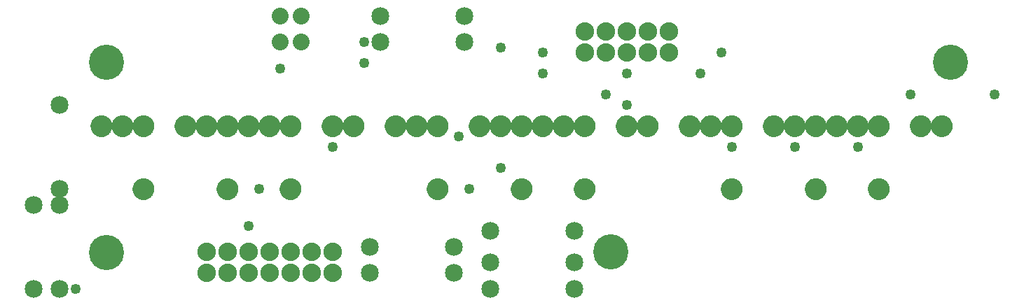
<source format=gbs>
G04 MADE WITH FRITZING*
G04 WWW.FRITZING.ORG*
G04 DOUBLE SIDED*
G04 HOLES PLATED*
G04 CONTOUR ON CENTER OF CONTOUR VECTOR*
%ASAXBY*%
%FSLAX23Y23*%
%MOIN*%
%OFA0B0*%
%SFA1.0B1.0*%
%ADD10C,0.088000*%
%ADD11C,0.049370*%
%ADD12C,0.085000*%
%ADD13C,0.080000*%
%ADD14C,0.167480*%
%ADD15R,0.001000X0.001000*%
%LNMASK0*%
G90*
G70*
G54D10*
X2711Y1347D03*
X2811Y1347D03*
X2911Y1347D03*
X3011Y1347D03*
X3111Y1347D03*
X2711Y1347D03*
X2811Y1347D03*
X2911Y1347D03*
X3011Y1347D03*
X3111Y1347D03*
X3111Y1247D03*
X3011Y1247D03*
X2911Y1247D03*
X2811Y1247D03*
X2711Y1247D03*
X2711Y1347D03*
X2811Y1347D03*
X2911Y1347D03*
X3011Y1347D03*
X3111Y1347D03*
X2711Y1347D03*
X2811Y1347D03*
X2911Y1347D03*
X3011Y1347D03*
X3111Y1347D03*
X3111Y1247D03*
X3011Y1247D03*
X2911Y1247D03*
X2811Y1247D03*
X2711Y1247D03*
G54D11*
X1161Y597D03*
X1261Y1172D03*
X1661Y1297D03*
X286Y122D03*
X1111Y422D03*
G54D10*
X911Y297D03*
X1011Y297D03*
X1111Y297D03*
X1211Y297D03*
X1311Y297D03*
X1411Y297D03*
X1511Y297D03*
X911Y297D03*
X1011Y297D03*
X1111Y297D03*
X1211Y297D03*
X1311Y297D03*
X1411Y297D03*
X1511Y297D03*
X1511Y197D03*
X1411Y197D03*
X1311Y197D03*
X1211Y197D03*
X1111Y197D03*
X1011Y197D03*
X911Y197D03*
X911Y297D03*
X1011Y297D03*
X1111Y297D03*
X1211Y297D03*
X1311Y297D03*
X1411Y297D03*
X1511Y297D03*
X911Y297D03*
X1011Y297D03*
X1111Y297D03*
X1211Y297D03*
X1311Y297D03*
X1411Y297D03*
X1511Y297D03*
X1511Y197D03*
X1411Y197D03*
X1311Y197D03*
X1211Y197D03*
X1111Y197D03*
X1011Y197D03*
X911Y197D03*
G54D12*
X2136Y1422D03*
X1736Y1422D03*
X2136Y1422D03*
X1736Y1422D03*
X2136Y1297D03*
X1736Y1297D03*
X2136Y1297D03*
X1736Y1297D03*
G54D13*
X1361Y1297D03*
X1261Y1297D03*
X1361Y1297D03*
X1261Y1297D03*
X1261Y1422D03*
X1361Y1422D03*
X1261Y1422D03*
X1361Y1422D03*
G54D12*
X211Y122D03*
X211Y522D03*
X211Y122D03*
X211Y522D03*
X211Y597D03*
X211Y997D03*
X211Y597D03*
X211Y997D03*
X86Y522D03*
X86Y122D03*
X86Y522D03*
X86Y122D03*
X2261Y122D03*
X2661Y122D03*
X2261Y122D03*
X2661Y122D03*
X1686Y197D03*
X2086Y197D03*
X1686Y197D03*
X2086Y197D03*
X2086Y322D03*
X1686Y322D03*
X2086Y322D03*
X1686Y322D03*
X2661Y247D03*
X2261Y247D03*
X2661Y247D03*
X2261Y247D03*
X2261Y397D03*
X2661Y397D03*
X2261Y397D03*
X2661Y397D03*
G54D14*
X433Y1200D03*
X433Y296D03*
X2835Y297D03*
X4450Y1200D03*
G54D11*
X2811Y1047D03*
X4011Y797D03*
X2911Y997D03*
X4261Y1047D03*
X1511Y797D03*
X2111Y847D03*
X1661Y1197D03*
X3411Y797D03*
X2311Y697D03*
X2161Y597D03*
X3711Y797D03*
X2511Y1147D03*
X4661Y1047D03*
X3361Y1247D03*
X2311Y1272D03*
X3261Y1147D03*
X2511Y1247D03*
X2911Y1147D03*
G54D15*
X402Y948D02*
X418Y948D01*
X502Y948D02*
X518Y948D01*
X602Y948D02*
X618Y948D01*
X802Y948D02*
X818Y948D01*
X902Y948D02*
X918Y948D01*
X1002Y948D02*
X1019Y948D01*
X1102Y948D02*
X1118Y948D01*
X1202Y948D02*
X1218Y948D01*
X1302Y948D02*
X1318Y948D01*
X1501Y948D02*
X1519Y948D01*
X1602Y948D02*
X1618Y948D01*
X1801Y948D02*
X1818Y948D01*
X1902Y948D02*
X1918Y948D01*
X2001Y948D02*
X2018Y948D01*
X2202Y948D02*
X2218Y948D01*
X2302Y948D02*
X2318Y948D01*
X2401Y948D02*
X2419Y948D01*
X2501Y948D02*
X2518Y948D01*
X2601Y948D02*
X2618Y948D01*
X2701Y948D02*
X2718Y948D01*
X2901Y948D02*
X2918Y948D01*
X3002Y948D02*
X3018Y948D01*
X3201Y948D02*
X3218Y948D01*
X3301Y948D02*
X3318Y948D01*
X3401Y948D02*
X3418Y948D01*
X3601Y948D02*
X3618Y948D01*
X3701Y948D02*
X3718Y948D01*
X3801Y948D02*
X3818Y948D01*
X3901Y948D02*
X3918Y948D01*
X4001Y948D02*
X4018Y948D01*
X4101Y948D02*
X4118Y948D01*
X4301Y948D02*
X4318Y948D01*
X4401Y948D02*
X4418Y948D01*
X397Y947D02*
X423Y947D01*
X497Y947D02*
X523Y947D01*
X597Y947D02*
X623Y947D01*
X797Y947D02*
X823Y947D01*
X897Y947D02*
X923Y947D01*
X997Y947D02*
X1023Y947D01*
X1097Y947D02*
X1123Y947D01*
X1197Y947D02*
X1223Y947D01*
X1297Y947D02*
X1323Y947D01*
X1497Y947D02*
X1523Y947D01*
X1597Y947D02*
X1623Y947D01*
X1797Y947D02*
X1823Y947D01*
X1897Y947D02*
X1923Y947D01*
X1997Y947D02*
X2023Y947D01*
X2197Y947D02*
X2223Y947D01*
X2297Y947D02*
X2323Y947D01*
X2397Y947D02*
X2423Y947D01*
X2497Y947D02*
X2523Y947D01*
X2597Y947D02*
X2623Y947D01*
X2697Y947D02*
X2723Y947D01*
X2897Y947D02*
X2923Y947D01*
X2997Y947D02*
X3023Y947D01*
X3197Y947D02*
X3223Y947D01*
X3297Y947D02*
X3323Y947D01*
X3397Y947D02*
X3423Y947D01*
X3597Y947D02*
X3623Y947D01*
X3697Y947D02*
X3723Y947D01*
X3797Y947D02*
X3823Y947D01*
X3897Y947D02*
X3923Y947D01*
X3997Y947D02*
X4023Y947D01*
X4097Y947D02*
X4123Y947D01*
X4297Y947D02*
X4323Y947D01*
X4397Y947D02*
X4422Y947D01*
X394Y946D02*
X426Y946D01*
X494Y946D02*
X526Y946D01*
X594Y946D02*
X626Y946D01*
X794Y946D02*
X826Y946D01*
X894Y946D02*
X926Y946D01*
X994Y946D02*
X1026Y946D01*
X1094Y946D02*
X1126Y946D01*
X1194Y946D02*
X1226Y946D01*
X1294Y946D02*
X1326Y946D01*
X1494Y946D02*
X1526Y946D01*
X1594Y946D02*
X1626Y946D01*
X1794Y946D02*
X1826Y946D01*
X1894Y946D02*
X1926Y946D01*
X1994Y946D02*
X2026Y946D01*
X2194Y946D02*
X2226Y946D01*
X2294Y946D02*
X2326Y946D01*
X2393Y946D02*
X2426Y946D01*
X2494Y946D02*
X2526Y946D01*
X2593Y946D02*
X2626Y946D01*
X2693Y946D02*
X2726Y946D01*
X2893Y946D02*
X2926Y946D01*
X2994Y946D02*
X3026Y946D01*
X3193Y946D02*
X3226Y946D01*
X3293Y946D02*
X3326Y946D01*
X3393Y946D02*
X3426Y946D01*
X3593Y946D02*
X3626Y946D01*
X3693Y946D02*
X3726Y946D01*
X3793Y946D02*
X3826Y946D01*
X3893Y946D02*
X3926Y946D01*
X3993Y946D02*
X4026Y946D01*
X4093Y946D02*
X4126Y946D01*
X4293Y946D02*
X4326Y946D01*
X4393Y946D02*
X4426Y946D01*
X391Y945D02*
X429Y945D01*
X491Y945D02*
X529Y945D01*
X591Y945D02*
X629Y945D01*
X791Y945D02*
X829Y945D01*
X891Y945D02*
X929Y945D01*
X991Y945D02*
X1029Y945D01*
X1091Y945D02*
X1129Y945D01*
X1191Y945D02*
X1229Y945D01*
X1291Y945D02*
X1329Y945D01*
X1491Y945D02*
X1529Y945D01*
X1591Y945D02*
X1629Y945D01*
X1791Y945D02*
X1829Y945D01*
X1891Y945D02*
X1929Y945D01*
X1991Y945D02*
X2029Y945D01*
X2191Y945D02*
X2229Y945D01*
X2291Y945D02*
X2329Y945D01*
X2391Y945D02*
X2429Y945D01*
X2491Y945D02*
X2529Y945D01*
X2591Y945D02*
X2629Y945D01*
X2691Y945D02*
X2729Y945D01*
X2891Y945D02*
X2929Y945D01*
X2991Y945D02*
X3029Y945D01*
X3191Y945D02*
X3229Y945D01*
X3291Y945D02*
X3329Y945D01*
X3391Y945D02*
X3429Y945D01*
X3591Y945D02*
X3629Y945D01*
X3691Y945D02*
X3729Y945D01*
X3790Y945D02*
X3829Y945D01*
X3891Y945D02*
X3929Y945D01*
X3991Y945D02*
X4029Y945D01*
X4091Y945D02*
X4129Y945D01*
X4290Y945D02*
X4329Y945D01*
X4391Y945D02*
X4429Y945D01*
X389Y944D02*
X431Y944D01*
X489Y944D02*
X531Y944D01*
X589Y944D02*
X631Y944D01*
X789Y944D02*
X831Y944D01*
X889Y944D02*
X931Y944D01*
X989Y944D02*
X1031Y944D01*
X1089Y944D02*
X1131Y944D01*
X1189Y944D02*
X1231Y944D01*
X1289Y944D02*
X1331Y944D01*
X1489Y944D02*
X1531Y944D01*
X1589Y944D02*
X1631Y944D01*
X1789Y944D02*
X1831Y944D01*
X1889Y944D02*
X1931Y944D01*
X1989Y944D02*
X2031Y944D01*
X2189Y944D02*
X2231Y944D01*
X2289Y944D02*
X2331Y944D01*
X2389Y944D02*
X2431Y944D01*
X2489Y944D02*
X2531Y944D01*
X2589Y944D02*
X2631Y944D01*
X2689Y944D02*
X2731Y944D01*
X2888Y944D02*
X2931Y944D01*
X2989Y944D02*
X3031Y944D01*
X3188Y944D02*
X3231Y944D01*
X3288Y944D02*
X3331Y944D01*
X3388Y944D02*
X3431Y944D01*
X3588Y944D02*
X3631Y944D01*
X3688Y944D02*
X3731Y944D01*
X3788Y944D02*
X3831Y944D01*
X3888Y944D02*
X3931Y944D01*
X3988Y944D02*
X4031Y944D01*
X4088Y944D02*
X4131Y944D01*
X4288Y944D02*
X4331Y944D01*
X4388Y944D02*
X4431Y944D01*
X387Y943D02*
X433Y943D01*
X487Y943D02*
X533Y943D01*
X587Y943D02*
X633Y943D01*
X787Y943D02*
X833Y943D01*
X887Y943D02*
X933Y943D01*
X987Y943D02*
X1033Y943D01*
X1087Y943D02*
X1133Y943D01*
X1187Y943D02*
X1233Y943D01*
X1287Y943D02*
X1333Y943D01*
X1487Y943D02*
X1533Y943D01*
X1587Y943D02*
X1633Y943D01*
X1787Y943D02*
X1833Y943D01*
X1887Y943D02*
X1933Y943D01*
X1987Y943D02*
X2033Y943D01*
X2187Y943D02*
X2233Y943D01*
X2287Y943D02*
X2333Y943D01*
X2386Y943D02*
X2433Y943D01*
X2487Y943D02*
X2533Y943D01*
X2587Y943D02*
X2633Y943D01*
X2687Y943D02*
X2733Y943D01*
X2886Y943D02*
X2933Y943D01*
X2987Y943D02*
X3033Y943D01*
X3186Y943D02*
X3233Y943D01*
X3286Y943D02*
X3333Y943D01*
X3386Y943D02*
X3433Y943D01*
X3586Y943D02*
X3633Y943D01*
X3686Y943D02*
X3733Y943D01*
X3786Y943D02*
X3833Y943D01*
X3886Y943D02*
X3933Y943D01*
X3986Y943D02*
X4033Y943D01*
X4086Y943D02*
X4133Y943D01*
X4286Y943D02*
X4333Y943D01*
X4386Y943D02*
X4433Y943D01*
X385Y942D02*
X435Y942D01*
X485Y942D02*
X535Y942D01*
X585Y942D02*
X635Y942D01*
X785Y942D02*
X835Y942D01*
X885Y942D02*
X935Y942D01*
X985Y942D02*
X1035Y942D01*
X1085Y942D02*
X1135Y942D01*
X1185Y942D02*
X1235Y942D01*
X1285Y942D02*
X1335Y942D01*
X1485Y942D02*
X1535Y942D01*
X1585Y942D02*
X1635Y942D01*
X1785Y942D02*
X1835Y942D01*
X1885Y942D02*
X1935Y942D01*
X1985Y942D02*
X2035Y942D01*
X2185Y942D02*
X2235Y942D01*
X2285Y942D02*
X2335Y942D01*
X2385Y942D02*
X2435Y942D01*
X2485Y942D02*
X2535Y942D01*
X2585Y942D02*
X2635Y942D01*
X2685Y942D02*
X2735Y942D01*
X2885Y942D02*
X2935Y942D01*
X2985Y942D02*
X3035Y942D01*
X3185Y942D02*
X3235Y942D01*
X3285Y942D02*
X3335Y942D01*
X3385Y942D02*
X3435Y942D01*
X3585Y942D02*
X3635Y942D01*
X3685Y942D02*
X3735Y942D01*
X3785Y942D02*
X3835Y942D01*
X3885Y942D02*
X3935Y942D01*
X3985Y942D02*
X4035Y942D01*
X4085Y942D02*
X4135Y942D01*
X4285Y942D02*
X4335Y942D01*
X4385Y942D02*
X4435Y942D01*
X383Y941D02*
X437Y941D01*
X483Y941D02*
X537Y941D01*
X583Y941D02*
X637Y941D01*
X783Y941D02*
X837Y941D01*
X883Y941D02*
X937Y941D01*
X983Y941D02*
X1037Y941D01*
X1083Y941D02*
X1137Y941D01*
X1183Y941D02*
X1237Y941D01*
X1283Y941D02*
X1337Y941D01*
X1483Y941D02*
X1537Y941D01*
X1583Y941D02*
X1637Y941D01*
X1783Y941D02*
X1837Y941D01*
X1883Y941D02*
X1937Y941D01*
X1983Y941D02*
X2037Y941D01*
X2183Y941D02*
X2237Y941D01*
X2283Y941D02*
X2337Y941D01*
X2383Y941D02*
X2437Y941D01*
X2483Y941D02*
X2537Y941D01*
X2583Y941D02*
X2637Y941D01*
X2683Y941D02*
X2737Y941D01*
X2883Y941D02*
X2937Y941D01*
X2983Y941D02*
X3036Y941D01*
X3183Y941D02*
X3237Y941D01*
X3283Y941D02*
X3336Y941D01*
X3383Y941D02*
X3436Y941D01*
X3583Y941D02*
X3636Y941D01*
X3683Y941D02*
X3736Y941D01*
X3783Y941D02*
X3836Y941D01*
X3883Y941D02*
X3936Y941D01*
X3983Y941D02*
X4036Y941D01*
X4083Y941D02*
X4136Y941D01*
X4283Y941D02*
X4336Y941D01*
X4383Y941D02*
X4436Y941D01*
X382Y940D02*
X438Y940D01*
X482Y940D02*
X538Y940D01*
X582Y940D02*
X638Y940D01*
X782Y940D02*
X838Y940D01*
X882Y940D02*
X938Y940D01*
X982Y940D02*
X1038Y940D01*
X1082Y940D02*
X1138Y940D01*
X1182Y940D02*
X1238Y940D01*
X1282Y940D02*
X1338Y940D01*
X1482Y940D02*
X1538Y940D01*
X1582Y940D02*
X1638Y940D01*
X1782Y940D02*
X1838Y940D01*
X1882Y940D02*
X1938Y940D01*
X1982Y940D02*
X2038Y940D01*
X2182Y940D02*
X2238Y940D01*
X2282Y940D02*
X2338Y940D01*
X2381Y940D02*
X2438Y940D01*
X2482Y940D02*
X2538Y940D01*
X2582Y940D02*
X2638Y940D01*
X2682Y940D02*
X2738Y940D01*
X2881Y940D02*
X2938Y940D01*
X2982Y940D02*
X3038Y940D01*
X3181Y940D02*
X3238Y940D01*
X3281Y940D02*
X3338Y940D01*
X3381Y940D02*
X3438Y940D01*
X3581Y940D02*
X3638Y940D01*
X3681Y940D02*
X3738Y940D01*
X3781Y940D02*
X3838Y940D01*
X3881Y940D02*
X3938Y940D01*
X3981Y940D02*
X4038Y940D01*
X4081Y940D02*
X4138Y940D01*
X4281Y940D02*
X4338Y940D01*
X4381Y940D02*
X4438Y940D01*
X380Y939D02*
X440Y939D01*
X480Y939D02*
X540Y939D01*
X580Y939D02*
X640Y939D01*
X780Y939D02*
X840Y939D01*
X880Y939D02*
X940Y939D01*
X980Y939D02*
X1040Y939D01*
X1080Y939D02*
X1140Y939D01*
X1180Y939D02*
X1240Y939D01*
X1280Y939D02*
X1340Y939D01*
X1480Y939D02*
X1540Y939D01*
X1580Y939D02*
X1640Y939D01*
X1780Y939D02*
X1840Y939D01*
X1880Y939D02*
X1940Y939D01*
X1980Y939D02*
X2040Y939D01*
X2180Y939D02*
X2240Y939D01*
X2280Y939D02*
X2340Y939D01*
X2380Y939D02*
X2440Y939D01*
X2480Y939D02*
X2540Y939D01*
X2580Y939D02*
X2640Y939D01*
X2680Y939D02*
X2740Y939D01*
X2880Y939D02*
X2940Y939D01*
X2980Y939D02*
X3039Y939D01*
X3180Y939D02*
X3240Y939D01*
X3280Y939D02*
X3339Y939D01*
X3380Y939D02*
X3439Y939D01*
X3580Y939D02*
X3639Y939D01*
X3680Y939D02*
X3739Y939D01*
X3780Y939D02*
X3839Y939D01*
X3880Y939D02*
X3939Y939D01*
X3980Y939D02*
X4039Y939D01*
X4080Y939D02*
X4139Y939D01*
X4280Y939D02*
X4339Y939D01*
X4380Y939D02*
X4439Y939D01*
X379Y938D02*
X441Y938D01*
X479Y938D02*
X541Y938D01*
X579Y938D02*
X641Y938D01*
X779Y938D02*
X841Y938D01*
X879Y938D02*
X941Y938D01*
X979Y938D02*
X1041Y938D01*
X1079Y938D02*
X1141Y938D01*
X1179Y938D02*
X1241Y938D01*
X1279Y938D02*
X1341Y938D01*
X1479Y938D02*
X1541Y938D01*
X1579Y938D02*
X1641Y938D01*
X1779Y938D02*
X1841Y938D01*
X1879Y938D02*
X1941Y938D01*
X1979Y938D02*
X2041Y938D01*
X2179Y938D02*
X2241Y938D01*
X2279Y938D02*
X2341Y938D01*
X2379Y938D02*
X2441Y938D01*
X2479Y938D02*
X2541Y938D01*
X2579Y938D02*
X2641Y938D01*
X2679Y938D02*
X2741Y938D01*
X2879Y938D02*
X2941Y938D01*
X2979Y938D02*
X3041Y938D01*
X3179Y938D02*
X3241Y938D01*
X3279Y938D02*
X3341Y938D01*
X3379Y938D02*
X3441Y938D01*
X3579Y938D02*
X3641Y938D01*
X3679Y938D02*
X3741Y938D01*
X3779Y938D02*
X3841Y938D01*
X3879Y938D02*
X3941Y938D01*
X3979Y938D02*
X4041Y938D01*
X4079Y938D02*
X4141Y938D01*
X4279Y938D02*
X4341Y938D01*
X4379Y938D02*
X4441Y938D01*
X378Y937D02*
X443Y937D01*
X478Y937D02*
X543Y937D01*
X578Y937D02*
X642Y937D01*
X778Y937D02*
X842Y937D01*
X878Y937D02*
X942Y937D01*
X978Y937D02*
X1042Y937D01*
X1078Y937D02*
X1142Y937D01*
X1178Y937D02*
X1242Y937D01*
X1278Y937D02*
X1342Y937D01*
X1478Y937D02*
X1542Y937D01*
X1578Y937D02*
X1642Y937D01*
X1778Y937D02*
X1842Y937D01*
X1878Y937D02*
X1942Y937D01*
X1978Y937D02*
X2042Y937D01*
X2178Y937D02*
X2242Y937D01*
X2278Y937D02*
X2342Y937D01*
X2377Y937D02*
X2442Y937D01*
X2478Y937D02*
X2542Y937D01*
X2577Y937D02*
X2642Y937D01*
X2677Y937D02*
X2742Y937D01*
X2877Y937D02*
X2942Y937D01*
X2977Y937D02*
X3042Y937D01*
X3177Y937D02*
X3242Y937D01*
X3277Y937D02*
X3342Y937D01*
X3377Y937D02*
X3442Y937D01*
X3577Y937D02*
X3642Y937D01*
X3677Y937D02*
X3742Y937D01*
X3777Y937D02*
X3842Y937D01*
X3877Y937D02*
X3942Y937D01*
X3977Y937D02*
X4042Y937D01*
X4077Y937D02*
X4142Y937D01*
X4277Y937D02*
X4342Y937D01*
X4377Y937D02*
X4442Y937D01*
X377Y936D02*
X444Y936D01*
X477Y936D02*
X544Y936D01*
X577Y936D02*
X644Y936D01*
X777Y936D02*
X844Y936D01*
X877Y936D02*
X944Y936D01*
X977Y936D02*
X1044Y936D01*
X1077Y936D02*
X1144Y936D01*
X1177Y936D02*
X1244Y936D01*
X1277Y936D02*
X1344Y936D01*
X1476Y936D02*
X1544Y936D01*
X1576Y936D02*
X1643Y936D01*
X1776Y936D02*
X1844Y936D01*
X1876Y936D02*
X1943Y936D01*
X1976Y936D02*
X2043Y936D01*
X2176Y936D02*
X2243Y936D01*
X2276Y936D02*
X2343Y936D01*
X2376Y936D02*
X2443Y936D01*
X2476Y936D02*
X2543Y936D01*
X2576Y936D02*
X2643Y936D01*
X2676Y936D02*
X2743Y936D01*
X2876Y936D02*
X2943Y936D01*
X2976Y936D02*
X3043Y936D01*
X3176Y936D02*
X3243Y936D01*
X3276Y936D02*
X3343Y936D01*
X3376Y936D02*
X3443Y936D01*
X3576Y936D02*
X3643Y936D01*
X3676Y936D02*
X3743Y936D01*
X3776Y936D02*
X3843Y936D01*
X3876Y936D02*
X3943Y936D01*
X3976Y936D02*
X4043Y936D01*
X4076Y936D02*
X4143Y936D01*
X4276Y936D02*
X4343Y936D01*
X4376Y936D02*
X4443Y936D01*
X375Y935D02*
X445Y935D01*
X476Y935D02*
X545Y935D01*
X575Y935D02*
X645Y935D01*
X775Y935D02*
X845Y935D01*
X875Y935D02*
X945Y935D01*
X975Y935D02*
X1045Y935D01*
X1075Y935D02*
X1145Y935D01*
X1175Y935D02*
X1245Y935D01*
X1275Y935D02*
X1345Y935D01*
X1475Y935D02*
X1545Y935D01*
X1575Y935D02*
X1645Y935D01*
X1775Y935D02*
X1845Y935D01*
X1875Y935D02*
X1945Y935D01*
X1975Y935D02*
X2045Y935D01*
X2175Y935D02*
X2245Y935D01*
X2275Y935D02*
X2345Y935D01*
X2375Y935D02*
X2445Y935D01*
X2475Y935D02*
X2545Y935D01*
X2575Y935D02*
X2645Y935D01*
X2675Y935D02*
X2744Y935D01*
X2875Y935D02*
X2945Y935D01*
X2975Y935D02*
X3044Y935D01*
X3175Y935D02*
X3244Y935D01*
X3275Y935D02*
X3344Y935D01*
X3375Y935D02*
X3444Y935D01*
X3575Y935D02*
X3644Y935D01*
X3675Y935D02*
X3744Y935D01*
X3775Y935D02*
X3844Y935D01*
X3875Y935D02*
X3944Y935D01*
X3975Y935D02*
X4044Y935D01*
X4075Y935D02*
X4144Y935D01*
X4275Y935D02*
X4344Y935D01*
X4375Y935D02*
X4444Y935D01*
X374Y934D02*
X446Y934D01*
X474Y934D02*
X546Y934D01*
X574Y934D02*
X646Y934D01*
X774Y934D02*
X846Y934D01*
X874Y934D02*
X946Y934D01*
X974Y934D02*
X1046Y934D01*
X1074Y934D02*
X1146Y934D01*
X1174Y934D02*
X1246Y934D01*
X1274Y934D02*
X1346Y934D01*
X1474Y934D02*
X1546Y934D01*
X1574Y934D02*
X1646Y934D01*
X1774Y934D02*
X1846Y934D01*
X1874Y934D02*
X1946Y934D01*
X1974Y934D02*
X2046Y934D01*
X2174Y934D02*
X2246Y934D01*
X2274Y934D02*
X2346Y934D01*
X2374Y934D02*
X2446Y934D01*
X2474Y934D02*
X2546Y934D01*
X2574Y934D02*
X2646Y934D01*
X2674Y934D02*
X2746Y934D01*
X2874Y934D02*
X2946Y934D01*
X2974Y934D02*
X3046Y934D01*
X3174Y934D02*
X3246Y934D01*
X3274Y934D02*
X3346Y934D01*
X3374Y934D02*
X3446Y934D01*
X3574Y934D02*
X3646Y934D01*
X3674Y934D02*
X3745Y934D01*
X3774Y934D02*
X3845Y934D01*
X3874Y934D02*
X3945Y934D01*
X3974Y934D02*
X4045Y934D01*
X4074Y934D02*
X4145Y934D01*
X4274Y934D02*
X4345Y934D01*
X4374Y934D02*
X4445Y934D01*
X373Y933D02*
X447Y933D01*
X473Y933D02*
X547Y933D01*
X573Y933D02*
X647Y933D01*
X773Y933D02*
X847Y933D01*
X873Y933D02*
X947Y933D01*
X973Y933D02*
X1047Y933D01*
X1073Y933D02*
X1147Y933D01*
X1173Y933D02*
X1247Y933D01*
X1273Y933D02*
X1347Y933D01*
X1473Y933D02*
X1547Y933D01*
X1573Y933D02*
X1647Y933D01*
X1773Y933D02*
X1847Y933D01*
X1873Y933D02*
X1947Y933D01*
X1973Y933D02*
X2047Y933D01*
X2173Y933D02*
X2247Y933D01*
X2273Y933D02*
X2347Y933D01*
X2373Y933D02*
X2447Y933D01*
X2473Y933D02*
X2547Y933D01*
X2573Y933D02*
X2647Y933D01*
X2673Y933D02*
X2747Y933D01*
X2873Y933D02*
X2947Y933D01*
X2973Y933D02*
X3047Y933D01*
X3173Y933D02*
X3247Y933D01*
X3273Y933D02*
X3347Y933D01*
X3373Y933D02*
X3447Y933D01*
X3573Y933D02*
X3646Y933D01*
X3673Y933D02*
X3746Y933D01*
X3773Y933D02*
X3846Y933D01*
X3873Y933D02*
X3946Y933D01*
X3973Y933D02*
X4046Y933D01*
X4073Y933D02*
X4146Y933D01*
X4273Y933D02*
X4346Y933D01*
X4373Y933D02*
X4446Y933D01*
X373Y932D02*
X448Y932D01*
X473Y932D02*
X548Y932D01*
X572Y932D02*
X648Y932D01*
X772Y932D02*
X848Y932D01*
X872Y932D02*
X948Y932D01*
X972Y932D02*
X1048Y932D01*
X1072Y932D02*
X1148Y932D01*
X1172Y932D02*
X1248Y932D01*
X1272Y932D02*
X1348Y932D01*
X1472Y932D02*
X1548Y932D01*
X1572Y932D02*
X1648Y932D01*
X1772Y932D02*
X1848Y932D01*
X1872Y932D02*
X1948Y932D01*
X1972Y932D02*
X2048Y932D01*
X2172Y932D02*
X2248Y932D01*
X2272Y932D02*
X2348Y932D01*
X2372Y932D02*
X2448Y932D01*
X2472Y932D02*
X2548Y932D01*
X2572Y932D02*
X2647Y932D01*
X2672Y932D02*
X2747Y932D01*
X2872Y932D02*
X2948Y932D01*
X2972Y932D02*
X3047Y932D01*
X3172Y932D02*
X3247Y932D01*
X3272Y932D02*
X3347Y932D01*
X3372Y932D02*
X3447Y932D01*
X3572Y932D02*
X3647Y932D01*
X3672Y932D02*
X3747Y932D01*
X3772Y932D02*
X3847Y932D01*
X3872Y932D02*
X3947Y932D01*
X3972Y932D02*
X4047Y932D01*
X4072Y932D02*
X4147Y932D01*
X4272Y932D02*
X4347Y932D01*
X4372Y932D02*
X4447Y932D01*
X372Y931D02*
X449Y931D01*
X472Y931D02*
X549Y931D01*
X572Y931D02*
X649Y931D01*
X772Y931D02*
X849Y931D01*
X872Y931D02*
X949Y931D01*
X972Y931D02*
X1049Y931D01*
X1072Y931D02*
X1149Y931D01*
X1172Y931D02*
X1249Y931D01*
X1272Y931D02*
X1349Y931D01*
X1471Y931D02*
X1549Y931D01*
X1572Y931D02*
X1648Y931D01*
X1771Y931D02*
X1848Y931D01*
X1871Y931D02*
X1948Y931D01*
X1971Y931D02*
X2048Y931D01*
X2171Y931D02*
X2248Y931D01*
X2271Y931D02*
X2348Y931D01*
X2371Y931D02*
X2448Y931D01*
X2471Y931D02*
X2548Y931D01*
X2571Y931D02*
X2648Y931D01*
X2671Y931D02*
X2748Y931D01*
X2871Y931D02*
X2948Y931D01*
X2971Y931D02*
X3048Y931D01*
X3171Y931D02*
X3248Y931D01*
X3271Y931D02*
X3348Y931D01*
X3371Y931D02*
X3448Y931D01*
X3571Y931D02*
X3648Y931D01*
X3671Y931D02*
X3748Y931D01*
X3771Y931D02*
X3848Y931D01*
X3871Y931D02*
X3948Y931D01*
X3971Y931D02*
X4048Y931D01*
X4071Y931D02*
X4148Y931D01*
X4271Y931D02*
X4348Y931D01*
X4371Y931D02*
X4448Y931D01*
X371Y930D02*
X450Y930D01*
X471Y930D02*
X550Y930D01*
X571Y930D02*
X649Y930D01*
X771Y930D02*
X849Y930D01*
X871Y930D02*
X949Y930D01*
X971Y930D02*
X1049Y930D01*
X1071Y930D02*
X1149Y930D01*
X1171Y930D02*
X1249Y930D01*
X1271Y930D02*
X1349Y930D01*
X1471Y930D02*
X1549Y930D01*
X1571Y930D02*
X1649Y930D01*
X1771Y930D02*
X1849Y930D01*
X1871Y930D02*
X1949Y930D01*
X1971Y930D02*
X2049Y930D01*
X2171Y930D02*
X2249Y930D01*
X2271Y930D02*
X2349Y930D01*
X2371Y930D02*
X2449Y930D01*
X2471Y930D02*
X2549Y930D01*
X2571Y930D02*
X2649Y930D01*
X2670Y930D02*
X2749Y930D01*
X2870Y930D02*
X2949Y930D01*
X2970Y930D02*
X3049Y930D01*
X3170Y930D02*
X3249Y930D01*
X3270Y930D02*
X3349Y930D01*
X3370Y930D02*
X3449Y930D01*
X3570Y930D02*
X3649Y930D01*
X3670Y930D02*
X3749Y930D01*
X3770Y930D02*
X3849Y930D01*
X3870Y930D02*
X3949Y930D01*
X3970Y930D02*
X4049Y930D01*
X4070Y930D02*
X4149Y930D01*
X4270Y930D02*
X4349Y930D01*
X4370Y930D02*
X4449Y930D01*
X370Y929D02*
X450Y929D01*
X470Y929D02*
X550Y929D01*
X570Y929D02*
X650Y929D01*
X770Y929D02*
X850Y929D01*
X870Y929D02*
X950Y929D01*
X970Y929D02*
X1050Y929D01*
X1070Y929D02*
X1150Y929D01*
X1170Y929D02*
X1250Y929D01*
X1270Y929D02*
X1350Y929D01*
X1470Y929D02*
X1550Y929D01*
X1570Y929D02*
X1650Y929D01*
X1770Y929D02*
X1850Y929D01*
X1870Y929D02*
X1950Y929D01*
X1970Y929D02*
X2050Y929D01*
X2170Y929D02*
X2250Y929D01*
X2270Y929D02*
X2350Y929D01*
X2370Y929D02*
X2450Y929D01*
X2470Y929D02*
X2550Y929D01*
X2570Y929D02*
X2650Y929D01*
X2670Y929D02*
X2750Y929D01*
X2870Y929D02*
X2950Y929D01*
X2970Y929D02*
X3050Y929D01*
X3170Y929D02*
X3250Y929D01*
X3270Y929D02*
X3350Y929D01*
X3370Y929D02*
X3450Y929D01*
X3570Y929D02*
X3650Y929D01*
X3670Y929D02*
X3750Y929D01*
X3770Y929D02*
X3850Y929D01*
X3870Y929D02*
X3950Y929D01*
X3970Y929D02*
X4050Y929D01*
X4070Y929D02*
X4150Y929D01*
X4270Y929D02*
X4350Y929D01*
X4370Y929D02*
X4450Y929D01*
X369Y928D02*
X451Y928D01*
X469Y928D02*
X551Y928D01*
X569Y928D02*
X651Y928D01*
X769Y928D02*
X851Y928D01*
X869Y928D02*
X951Y928D01*
X969Y928D02*
X1051Y928D01*
X1069Y928D02*
X1151Y928D01*
X1169Y928D02*
X1251Y928D01*
X1269Y928D02*
X1351Y928D01*
X1469Y928D02*
X1551Y928D01*
X1569Y928D02*
X1651Y928D01*
X1769Y928D02*
X1851Y928D01*
X1869Y928D02*
X1951Y928D01*
X1969Y928D02*
X2051Y928D01*
X2169Y928D02*
X2251Y928D01*
X2269Y928D02*
X2351Y928D01*
X2369Y928D02*
X2451Y928D01*
X2469Y928D02*
X2551Y928D01*
X2569Y928D02*
X2651Y928D01*
X2669Y928D02*
X2751Y928D01*
X2869Y928D02*
X2951Y928D01*
X2969Y928D02*
X3051Y928D01*
X3169Y928D02*
X3251Y928D01*
X3269Y928D02*
X3351Y928D01*
X3369Y928D02*
X3451Y928D01*
X3569Y928D02*
X3651Y928D01*
X3669Y928D02*
X3751Y928D01*
X3769Y928D02*
X3851Y928D01*
X3869Y928D02*
X3951Y928D01*
X3969Y928D02*
X4051Y928D01*
X4069Y928D02*
X4151Y928D01*
X4269Y928D02*
X4351Y928D01*
X4369Y928D02*
X4451Y928D01*
X369Y927D02*
X452Y927D01*
X469Y927D02*
X552Y927D01*
X569Y927D02*
X652Y927D01*
X769Y927D02*
X852Y927D01*
X868Y927D02*
X952Y927D01*
X968Y927D02*
X1052Y927D01*
X1068Y927D02*
X1152Y927D01*
X1168Y927D02*
X1252Y927D01*
X1268Y927D02*
X1352Y927D01*
X1468Y927D02*
X1552Y927D01*
X1568Y927D02*
X1652Y927D01*
X1768Y927D02*
X1852Y927D01*
X1868Y927D02*
X1952Y927D01*
X1968Y927D02*
X2052Y927D01*
X2168Y927D02*
X2252Y927D01*
X2268Y927D02*
X2352Y927D01*
X2368Y927D02*
X2452Y927D01*
X2468Y927D02*
X2551Y927D01*
X2568Y927D02*
X2651Y927D01*
X2668Y927D02*
X2751Y927D01*
X2868Y927D02*
X2951Y927D01*
X2968Y927D02*
X3051Y927D01*
X3168Y927D02*
X3251Y927D01*
X3268Y927D02*
X3351Y927D01*
X3368Y927D02*
X3451Y927D01*
X3568Y927D02*
X3651Y927D01*
X3668Y927D02*
X3751Y927D01*
X3768Y927D02*
X3851Y927D01*
X3868Y927D02*
X3951Y927D01*
X3968Y927D02*
X4051Y927D01*
X4068Y927D02*
X4151Y927D01*
X4268Y927D02*
X4351Y927D01*
X4368Y927D02*
X4451Y927D01*
X368Y926D02*
X452Y926D01*
X468Y926D02*
X552Y926D01*
X568Y926D02*
X652Y926D01*
X768Y926D02*
X852Y926D01*
X868Y926D02*
X952Y926D01*
X968Y926D02*
X1052Y926D01*
X1068Y926D02*
X1152Y926D01*
X1168Y926D02*
X1252Y926D01*
X1268Y926D02*
X1352Y926D01*
X1468Y926D02*
X1552Y926D01*
X1568Y926D02*
X1652Y926D01*
X1768Y926D02*
X1852Y926D01*
X1868Y926D02*
X1952Y926D01*
X1968Y926D02*
X2052Y926D01*
X2168Y926D02*
X2252Y926D01*
X2268Y926D02*
X2352Y926D01*
X2368Y926D02*
X2452Y926D01*
X2468Y926D02*
X2552Y926D01*
X2568Y926D02*
X2652Y926D01*
X2668Y926D02*
X2752Y926D01*
X2868Y926D02*
X2952Y926D01*
X2968Y926D02*
X3052Y926D01*
X3167Y926D02*
X3252Y926D01*
X3267Y926D02*
X3352Y926D01*
X3367Y926D02*
X3452Y926D01*
X3567Y926D02*
X3652Y926D01*
X3667Y926D02*
X3752Y926D01*
X3767Y926D02*
X3852Y926D01*
X3867Y926D02*
X3952Y926D01*
X3967Y926D02*
X4052Y926D01*
X4067Y926D02*
X4152Y926D01*
X4267Y926D02*
X4352Y926D01*
X4367Y926D02*
X4452Y926D01*
X367Y925D02*
X453Y925D01*
X467Y925D02*
X553Y925D01*
X567Y925D02*
X653Y925D01*
X767Y925D02*
X853Y925D01*
X867Y925D02*
X953Y925D01*
X967Y925D02*
X1053Y925D01*
X1067Y925D02*
X1153Y925D01*
X1167Y925D02*
X1253Y925D01*
X1267Y925D02*
X1353Y925D01*
X1467Y925D02*
X1553Y925D01*
X1567Y925D02*
X1653Y925D01*
X1767Y925D02*
X1853Y925D01*
X1867Y925D02*
X1953Y925D01*
X1967Y925D02*
X2053Y925D01*
X2167Y925D02*
X2253Y925D01*
X2267Y925D02*
X2353Y925D01*
X2367Y925D02*
X2453Y925D01*
X2467Y925D02*
X2553Y925D01*
X2567Y925D02*
X2653Y925D01*
X2667Y925D02*
X2753Y925D01*
X2867Y925D02*
X2953Y925D01*
X2967Y925D02*
X3053Y925D01*
X3167Y925D02*
X3253Y925D01*
X3267Y925D02*
X3353Y925D01*
X3367Y925D02*
X3453Y925D01*
X3567Y925D02*
X3653Y925D01*
X3667Y925D02*
X3753Y925D01*
X3767Y925D02*
X3853Y925D01*
X3867Y925D02*
X3953Y925D01*
X3967Y925D02*
X4053Y925D01*
X4067Y925D02*
X4153Y925D01*
X4267Y925D02*
X4353Y925D01*
X4367Y925D02*
X4453Y925D01*
X367Y924D02*
X454Y924D01*
X467Y924D02*
X554Y924D01*
X567Y924D02*
X654Y924D01*
X767Y924D02*
X854Y924D01*
X867Y924D02*
X954Y924D01*
X966Y924D02*
X1054Y924D01*
X1067Y924D02*
X1154Y924D01*
X1166Y924D02*
X1254Y924D01*
X1266Y924D02*
X1354Y924D01*
X1466Y924D02*
X1554Y924D01*
X1566Y924D02*
X1654Y924D01*
X1766Y924D02*
X1854Y924D01*
X1866Y924D02*
X1954Y924D01*
X1966Y924D02*
X2054Y924D01*
X2166Y924D02*
X2254Y924D01*
X2266Y924D02*
X2353Y924D01*
X2366Y924D02*
X2453Y924D01*
X2466Y924D02*
X2553Y924D01*
X2566Y924D02*
X2653Y924D01*
X2666Y924D02*
X2753Y924D01*
X2866Y924D02*
X2953Y924D01*
X2966Y924D02*
X3053Y924D01*
X3166Y924D02*
X3253Y924D01*
X3266Y924D02*
X3353Y924D01*
X3366Y924D02*
X3453Y924D01*
X3566Y924D02*
X3653Y924D01*
X3666Y924D02*
X3753Y924D01*
X3766Y924D02*
X3853Y924D01*
X3866Y924D02*
X3953Y924D01*
X3966Y924D02*
X4053Y924D01*
X4066Y924D02*
X4153Y924D01*
X4266Y924D02*
X4353Y924D01*
X4366Y924D02*
X4453Y924D01*
X366Y923D02*
X454Y923D01*
X466Y923D02*
X554Y923D01*
X566Y923D02*
X654Y923D01*
X766Y923D02*
X854Y923D01*
X866Y923D02*
X954Y923D01*
X966Y923D02*
X1054Y923D01*
X1066Y923D02*
X1154Y923D01*
X1166Y923D02*
X1254Y923D01*
X1266Y923D02*
X1354Y923D01*
X1466Y923D02*
X1554Y923D01*
X1566Y923D02*
X1654Y923D01*
X1766Y923D02*
X1854Y923D01*
X1866Y923D02*
X1954Y923D01*
X1966Y923D02*
X2054Y923D01*
X2166Y923D02*
X2254Y923D01*
X2266Y923D02*
X2354Y923D01*
X2366Y923D02*
X2454Y923D01*
X2466Y923D02*
X2554Y923D01*
X2566Y923D02*
X2654Y923D01*
X2666Y923D02*
X2754Y923D01*
X2866Y923D02*
X2954Y923D01*
X2966Y923D02*
X3054Y923D01*
X3166Y923D02*
X3254Y923D01*
X3266Y923D02*
X3354Y923D01*
X3366Y923D02*
X3454Y923D01*
X3566Y923D02*
X3654Y923D01*
X3666Y923D02*
X3754Y923D01*
X3766Y923D02*
X3854Y923D01*
X3866Y923D02*
X3954Y923D01*
X3966Y923D02*
X4054Y923D01*
X4065Y923D02*
X4154Y923D01*
X4265Y923D02*
X4354Y923D01*
X4365Y923D02*
X4454Y923D01*
X365Y922D02*
X455Y922D01*
X465Y922D02*
X555Y922D01*
X565Y922D02*
X655Y922D01*
X765Y922D02*
X855Y922D01*
X865Y922D02*
X955Y922D01*
X965Y922D02*
X1055Y922D01*
X1065Y922D02*
X1155Y922D01*
X1165Y922D02*
X1255Y922D01*
X1265Y922D02*
X1355Y922D01*
X1465Y922D02*
X1555Y922D01*
X1565Y922D02*
X1655Y922D01*
X1765Y922D02*
X1855Y922D01*
X1865Y922D02*
X1955Y922D01*
X1965Y922D02*
X2055Y922D01*
X2165Y922D02*
X2255Y922D01*
X2265Y922D02*
X2355Y922D01*
X2365Y922D02*
X2455Y922D01*
X2465Y922D02*
X2555Y922D01*
X2565Y922D02*
X2655Y922D01*
X2665Y922D02*
X2755Y922D01*
X2865Y922D02*
X2955Y922D01*
X2965Y922D02*
X3055Y922D01*
X3165Y922D02*
X3255Y922D01*
X3265Y922D02*
X3355Y922D01*
X3365Y922D02*
X3455Y922D01*
X3565Y922D02*
X3655Y922D01*
X3665Y922D02*
X3755Y922D01*
X3765Y922D02*
X3855Y922D01*
X3865Y922D02*
X3955Y922D01*
X3965Y922D02*
X4055Y922D01*
X4065Y922D02*
X4154Y922D01*
X4265Y922D02*
X4355Y922D01*
X4365Y922D02*
X4454Y922D01*
X365Y921D02*
X455Y921D01*
X465Y921D02*
X555Y921D01*
X565Y921D02*
X655Y921D01*
X765Y921D02*
X855Y921D01*
X865Y921D02*
X955Y921D01*
X965Y921D02*
X1055Y921D01*
X1065Y921D02*
X1155Y921D01*
X1165Y921D02*
X1255Y921D01*
X1265Y921D02*
X1355Y921D01*
X1465Y921D02*
X1555Y921D01*
X1565Y921D02*
X1655Y921D01*
X1765Y921D02*
X1855Y921D01*
X1865Y921D02*
X1955Y921D01*
X1965Y921D02*
X2055Y921D01*
X2165Y921D02*
X2255Y921D01*
X2265Y921D02*
X2355Y921D01*
X2365Y921D02*
X2455Y921D01*
X2465Y921D02*
X2555Y921D01*
X2565Y921D02*
X2655Y921D01*
X2665Y921D02*
X2755Y921D01*
X2865Y921D02*
X2955Y921D01*
X2965Y921D02*
X3055Y921D01*
X3164Y921D02*
X3255Y921D01*
X3264Y921D02*
X3355Y921D01*
X3364Y921D02*
X3455Y921D01*
X3564Y921D02*
X3655Y921D01*
X3664Y921D02*
X3755Y921D01*
X3764Y921D02*
X3855Y921D01*
X3864Y921D02*
X3955Y921D01*
X3964Y921D02*
X4055Y921D01*
X4064Y921D02*
X4155Y921D01*
X4264Y921D02*
X4355Y921D01*
X4364Y921D02*
X4455Y921D01*
X364Y920D02*
X456Y920D01*
X464Y920D02*
X556Y920D01*
X564Y920D02*
X656Y920D01*
X764Y920D02*
X856Y920D01*
X864Y920D02*
X956Y920D01*
X964Y920D02*
X1056Y920D01*
X1064Y920D02*
X1156Y920D01*
X1164Y920D02*
X1256Y920D01*
X1264Y920D02*
X1356Y920D01*
X1464Y920D02*
X1556Y920D01*
X1564Y920D02*
X1656Y920D01*
X1764Y920D02*
X1856Y920D01*
X1864Y920D02*
X1956Y920D01*
X1964Y920D02*
X2056Y920D01*
X2164Y920D02*
X2256Y920D01*
X2264Y920D02*
X2356Y920D01*
X2364Y920D02*
X2456Y920D01*
X2464Y920D02*
X2556Y920D01*
X2564Y920D02*
X2656Y920D01*
X2664Y920D02*
X2756Y920D01*
X2864Y920D02*
X2956Y920D01*
X2964Y920D02*
X3056Y920D01*
X3164Y920D02*
X3256Y920D01*
X3264Y920D02*
X3356Y920D01*
X3364Y920D02*
X3456Y920D01*
X3564Y920D02*
X3656Y920D01*
X3664Y920D02*
X3756Y920D01*
X3764Y920D02*
X3856Y920D01*
X3864Y920D02*
X3956Y920D01*
X3964Y920D02*
X4056Y920D01*
X4064Y920D02*
X4156Y920D01*
X4264Y920D02*
X4356Y920D01*
X4364Y920D02*
X4455Y920D01*
X364Y919D02*
X456Y919D01*
X464Y919D02*
X556Y919D01*
X564Y919D02*
X656Y919D01*
X764Y919D02*
X856Y919D01*
X864Y919D02*
X956Y919D01*
X964Y919D02*
X1056Y919D01*
X1064Y919D02*
X1156Y919D01*
X1164Y919D02*
X1256Y919D01*
X1264Y919D02*
X1356Y919D01*
X1464Y919D02*
X1556Y919D01*
X1564Y919D02*
X1656Y919D01*
X1764Y919D02*
X1856Y919D01*
X1864Y919D02*
X1956Y919D01*
X1964Y919D02*
X2056Y919D01*
X2164Y919D02*
X2256Y919D01*
X2264Y919D02*
X2356Y919D01*
X2364Y919D02*
X2456Y919D01*
X2464Y919D02*
X2556Y919D01*
X2564Y919D02*
X2656Y919D01*
X2664Y919D02*
X2756Y919D01*
X2864Y919D02*
X2956Y919D01*
X2964Y919D02*
X3056Y919D01*
X3163Y919D02*
X3256Y919D01*
X3263Y919D02*
X3356Y919D01*
X3363Y919D02*
X3456Y919D01*
X3563Y919D02*
X3656Y919D01*
X3663Y919D02*
X3756Y919D01*
X3763Y919D02*
X3856Y919D01*
X3863Y919D02*
X3956Y919D01*
X3963Y919D02*
X4056Y919D01*
X4063Y919D02*
X4156Y919D01*
X4263Y919D02*
X4356Y919D01*
X4363Y919D02*
X4456Y919D01*
X363Y918D02*
X457Y918D01*
X463Y918D02*
X557Y918D01*
X563Y918D02*
X657Y918D01*
X763Y918D02*
X857Y918D01*
X863Y918D02*
X957Y918D01*
X963Y918D02*
X1057Y918D01*
X1063Y918D02*
X1157Y918D01*
X1163Y918D02*
X1257Y918D01*
X1263Y918D02*
X1357Y918D01*
X1463Y918D02*
X1557Y918D01*
X1563Y918D02*
X1657Y918D01*
X1763Y918D02*
X1857Y918D01*
X1863Y918D02*
X1957Y918D01*
X1963Y918D02*
X2057Y918D01*
X2163Y918D02*
X2257Y918D01*
X2263Y918D02*
X2357Y918D01*
X2363Y918D02*
X2457Y918D01*
X2463Y918D02*
X2557Y918D01*
X2563Y918D02*
X2657Y918D01*
X2663Y918D02*
X2757Y918D01*
X2863Y918D02*
X2957Y918D01*
X2963Y918D02*
X3057Y918D01*
X3163Y918D02*
X3257Y918D01*
X3263Y918D02*
X3357Y918D01*
X3363Y918D02*
X3457Y918D01*
X3563Y918D02*
X3657Y918D01*
X3663Y918D02*
X3757Y918D01*
X3763Y918D02*
X3857Y918D01*
X3863Y918D02*
X3957Y918D01*
X3963Y918D02*
X4057Y918D01*
X4063Y918D02*
X4156Y918D01*
X4263Y918D02*
X4357Y918D01*
X4363Y918D02*
X4456Y918D01*
X363Y917D02*
X457Y917D01*
X463Y917D02*
X557Y917D01*
X563Y917D02*
X657Y917D01*
X763Y917D02*
X857Y917D01*
X863Y917D02*
X957Y917D01*
X963Y917D02*
X1057Y917D01*
X1063Y917D02*
X1157Y917D01*
X1163Y917D02*
X1257Y917D01*
X1263Y917D02*
X1357Y917D01*
X1463Y917D02*
X1557Y917D01*
X1563Y917D02*
X1657Y917D01*
X1763Y917D02*
X1857Y917D01*
X1863Y917D02*
X1957Y917D01*
X1963Y917D02*
X2057Y917D01*
X2163Y917D02*
X2257Y917D01*
X2263Y917D02*
X2357Y917D01*
X2363Y917D02*
X2457Y917D01*
X2463Y917D02*
X2557Y917D01*
X2563Y917D02*
X2657Y917D01*
X2663Y917D02*
X2757Y917D01*
X2863Y917D02*
X2957Y917D01*
X2963Y917D02*
X3057Y917D01*
X3163Y917D02*
X3257Y917D01*
X3263Y917D02*
X3357Y917D01*
X3363Y917D02*
X3457Y917D01*
X3563Y917D02*
X3657Y917D01*
X3662Y917D02*
X3757Y917D01*
X3762Y917D02*
X3857Y917D01*
X3862Y917D02*
X3957Y917D01*
X3962Y917D02*
X4057Y917D01*
X4062Y917D02*
X4157Y917D01*
X4262Y917D02*
X4357Y917D01*
X4362Y917D02*
X4457Y917D01*
X363Y916D02*
X458Y916D01*
X463Y916D02*
X558Y916D01*
X562Y916D02*
X658Y916D01*
X762Y916D02*
X858Y916D01*
X862Y916D02*
X958Y916D01*
X962Y916D02*
X1058Y916D01*
X1062Y916D02*
X1158Y916D01*
X1162Y916D02*
X1258Y916D01*
X1262Y916D02*
X1358Y916D01*
X1462Y916D02*
X1558Y916D01*
X1562Y916D02*
X1658Y916D01*
X1762Y916D02*
X1858Y916D01*
X1862Y916D02*
X1958Y916D01*
X1962Y916D02*
X2058Y916D01*
X2162Y916D02*
X2258Y916D01*
X2262Y916D02*
X2358Y916D01*
X2362Y916D02*
X2458Y916D01*
X2462Y916D02*
X2558Y916D01*
X2562Y916D02*
X2658Y916D01*
X2662Y916D02*
X2757Y916D01*
X2862Y916D02*
X2958Y916D01*
X2962Y916D02*
X3057Y916D01*
X3162Y916D02*
X3257Y916D01*
X3262Y916D02*
X3357Y916D01*
X3362Y916D02*
X3457Y916D01*
X3562Y916D02*
X3657Y916D01*
X3662Y916D02*
X3757Y916D01*
X3762Y916D02*
X3857Y916D01*
X3862Y916D02*
X3957Y916D01*
X3962Y916D02*
X4057Y916D01*
X4062Y916D02*
X4157Y916D01*
X4262Y916D02*
X4357Y916D01*
X4362Y916D02*
X4457Y916D01*
X362Y915D02*
X458Y915D01*
X462Y915D02*
X558Y915D01*
X562Y915D02*
X658Y915D01*
X762Y915D02*
X858Y915D01*
X862Y915D02*
X958Y915D01*
X962Y915D02*
X1058Y915D01*
X1062Y915D02*
X1158Y915D01*
X1162Y915D02*
X1258Y915D01*
X1262Y915D02*
X1358Y915D01*
X1462Y915D02*
X1558Y915D01*
X1562Y915D02*
X1658Y915D01*
X1762Y915D02*
X1858Y915D01*
X1862Y915D02*
X1958Y915D01*
X1962Y915D02*
X2058Y915D01*
X2162Y915D02*
X2258Y915D01*
X2262Y915D02*
X2358Y915D01*
X2362Y915D02*
X2458Y915D01*
X2462Y915D02*
X2558Y915D01*
X2562Y915D02*
X2658Y915D01*
X2662Y915D02*
X2758Y915D01*
X2862Y915D02*
X2958Y915D01*
X2962Y915D02*
X3058Y915D01*
X3162Y915D02*
X3258Y915D01*
X3262Y915D02*
X3358Y915D01*
X3362Y915D02*
X3458Y915D01*
X3562Y915D02*
X3658Y915D01*
X3662Y915D02*
X3758Y915D01*
X3762Y915D02*
X3858Y915D01*
X3862Y915D02*
X3958Y915D01*
X3962Y915D02*
X4058Y915D01*
X4062Y915D02*
X4158Y915D01*
X4262Y915D02*
X4358Y915D01*
X4362Y915D02*
X4458Y915D01*
X362Y914D02*
X458Y914D01*
X462Y914D02*
X558Y914D01*
X562Y914D02*
X658Y914D01*
X762Y914D02*
X858Y914D01*
X862Y914D02*
X958Y914D01*
X962Y914D02*
X1058Y914D01*
X1062Y914D02*
X1158Y914D01*
X1162Y914D02*
X1258Y914D01*
X1262Y914D02*
X1358Y914D01*
X1462Y914D02*
X1558Y914D01*
X1562Y914D02*
X1658Y914D01*
X1762Y914D02*
X1858Y914D01*
X1862Y914D02*
X1958Y914D01*
X1962Y914D02*
X2058Y914D01*
X2162Y914D02*
X2258Y914D01*
X2262Y914D02*
X2358Y914D01*
X2362Y914D02*
X2458Y914D01*
X2462Y914D02*
X2558Y914D01*
X2562Y914D02*
X2658Y914D01*
X2662Y914D02*
X2758Y914D01*
X2862Y914D02*
X2958Y914D01*
X2962Y914D02*
X3058Y914D01*
X3161Y914D02*
X3258Y914D01*
X3261Y914D02*
X3358Y914D01*
X3361Y914D02*
X3458Y914D01*
X3561Y914D02*
X3658Y914D01*
X3661Y914D02*
X3758Y914D01*
X3761Y914D02*
X3858Y914D01*
X3861Y914D02*
X3958Y914D01*
X3961Y914D02*
X4058Y914D01*
X4061Y914D02*
X4158Y914D01*
X4261Y914D02*
X4358Y914D01*
X4361Y914D02*
X4458Y914D01*
X361Y913D02*
X459Y913D01*
X461Y913D02*
X559Y913D01*
X561Y913D02*
X659Y913D01*
X761Y913D02*
X859Y913D01*
X861Y913D02*
X959Y913D01*
X961Y913D02*
X1059Y913D01*
X1061Y913D02*
X1159Y913D01*
X1161Y913D02*
X1259Y913D01*
X1261Y913D02*
X1359Y913D01*
X1461Y913D02*
X1559Y913D01*
X1561Y913D02*
X1659Y913D01*
X1761Y913D02*
X1859Y913D01*
X1861Y913D02*
X1959Y913D01*
X1961Y913D02*
X2059Y913D01*
X2161Y913D02*
X2259Y913D01*
X2261Y913D02*
X2359Y913D01*
X2361Y913D02*
X2459Y913D01*
X2461Y913D02*
X2559Y913D01*
X2561Y913D02*
X2659Y913D01*
X2661Y913D02*
X2759Y913D01*
X2861Y913D02*
X2959Y913D01*
X2961Y913D02*
X3059Y913D01*
X3161Y913D02*
X3259Y913D01*
X3261Y913D02*
X3359Y913D01*
X3361Y913D02*
X3458Y913D01*
X3561Y913D02*
X3658Y913D01*
X3661Y913D02*
X3758Y913D01*
X3761Y913D02*
X3858Y913D01*
X3861Y913D02*
X3958Y913D01*
X3961Y913D02*
X4058Y913D01*
X4061Y913D02*
X4158Y913D01*
X4261Y913D02*
X4358Y913D01*
X4361Y913D02*
X4458Y913D01*
X361Y912D02*
X459Y912D01*
X461Y912D02*
X559Y912D01*
X561Y912D02*
X659Y912D01*
X761Y912D02*
X859Y912D01*
X861Y912D02*
X959Y912D01*
X961Y912D02*
X1059Y912D01*
X1061Y912D02*
X1159Y912D01*
X1161Y912D02*
X1259Y912D01*
X1261Y912D02*
X1359Y912D01*
X1461Y912D02*
X1559Y912D01*
X1561Y912D02*
X1659Y912D01*
X1761Y912D02*
X1859Y912D01*
X1861Y912D02*
X1959Y912D01*
X1961Y912D02*
X2059Y912D01*
X2161Y912D02*
X2259Y912D01*
X2261Y912D02*
X2359Y912D01*
X2361Y912D02*
X2459Y912D01*
X2461Y912D02*
X2559Y912D01*
X2561Y912D02*
X2659Y912D01*
X2661Y912D02*
X2759Y912D01*
X2861Y912D02*
X2959Y912D01*
X2961Y912D02*
X3059Y912D01*
X3161Y912D02*
X3259Y912D01*
X3261Y912D02*
X3359Y912D01*
X3361Y912D02*
X3459Y912D01*
X3561Y912D02*
X3659Y912D01*
X3661Y912D02*
X3759Y912D01*
X3761Y912D02*
X3859Y912D01*
X3861Y912D02*
X3959Y912D01*
X3961Y912D02*
X4059Y912D01*
X4061Y912D02*
X4159Y912D01*
X4261Y912D02*
X4359Y912D01*
X4361Y912D02*
X4459Y912D01*
X361Y911D02*
X459Y911D01*
X461Y911D02*
X559Y911D01*
X561Y911D02*
X659Y911D01*
X761Y911D02*
X859Y911D01*
X861Y911D02*
X959Y911D01*
X961Y911D02*
X1059Y911D01*
X1061Y911D02*
X1159Y911D01*
X1161Y911D02*
X1259Y911D01*
X1261Y911D02*
X1359Y911D01*
X1461Y911D02*
X1559Y911D01*
X1561Y911D02*
X1659Y911D01*
X1761Y911D02*
X1859Y911D01*
X1861Y911D02*
X1959Y911D01*
X1961Y911D02*
X2059Y911D01*
X2161Y911D02*
X2259Y911D01*
X2261Y911D02*
X2359Y911D01*
X2361Y911D02*
X2459Y911D01*
X2461Y911D02*
X2559Y911D01*
X2561Y911D02*
X2659Y911D01*
X2661Y911D02*
X2759Y911D01*
X2861Y911D02*
X2959Y911D01*
X2961Y911D02*
X3059Y911D01*
X3161Y911D02*
X3259Y911D01*
X3261Y911D02*
X3359Y911D01*
X3361Y911D02*
X3459Y911D01*
X3561Y911D02*
X3659Y911D01*
X3661Y911D02*
X4159Y911D01*
X4260Y911D02*
X4459Y911D01*
X361Y910D02*
X660Y910D01*
X761Y910D02*
X1360Y910D01*
X1461Y910D02*
X1659Y910D01*
X1760Y910D02*
X2059Y910D01*
X2160Y910D02*
X2759Y910D01*
X2860Y910D02*
X3059Y910D01*
X3160Y910D02*
X3459Y910D01*
X3560Y910D02*
X4159Y910D01*
X4260Y910D02*
X4459Y910D01*
X360Y909D02*
X660Y909D01*
X760Y909D02*
X1360Y909D01*
X1460Y909D02*
X1660Y909D01*
X1760Y909D02*
X2060Y909D01*
X2160Y909D02*
X2760Y909D01*
X2860Y909D02*
X3060Y909D01*
X3160Y909D02*
X3460Y909D01*
X3560Y909D02*
X4159Y909D01*
X4260Y909D02*
X4459Y909D01*
X360Y908D02*
X660Y908D01*
X760Y908D02*
X1360Y908D01*
X1460Y908D02*
X1660Y908D01*
X1760Y908D02*
X2060Y908D01*
X2160Y908D02*
X2760Y908D01*
X2860Y908D02*
X3060Y908D01*
X3160Y908D02*
X3460Y908D01*
X3560Y908D02*
X4160Y908D01*
X4260Y908D02*
X4460Y908D01*
X360Y907D02*
X660Y907D01*
X760Y907D02*
X1360Y907D01*
X1460Y907D02*
X1660Y907D01*
X1760Y907D02*
X2060Y907D01*
X2160Y907D02*
X2760Y907D01*
X2860Y907D02*
X3060Y907D01*
X3160Y907D02*
X3460Y907D01*
X3560Y907D02*
X4160Y907D01*
X4259Y907D02*
X4460Y907D01*
X360Y906D02*
X660Y906D01*
X760Y906D02*
X1360Y906D01*
X1460Y906D02*
X1660Y906D01*
X1760Y906D02*
X2060Y906D01*
X2160Y906D02*
X2760Y906D01*
X2860Y906D02*
X3060Y906D01*
X3159Y906D02*
X3460Y906D01*
X3559Y906D02*
X4160Y906D01*
X4259Y906D02*
X4460Y906D01*
X360Y905D02*
X661Y905D01*
X760Y905D02*
X1361Y905D01*
X1460Y905D02*
X1661Y905D01*
X1759Y905D02*
X2060Y905D01*
X2159Y905D02*
X2760Y905D01*
X2859Y905D02*
X3060Y905D01*
X3159Y905D02*
X3460Y905D01*
X3559Y905D02*
X4160Y905D01*
X4259Y905D02*
X4460Y905D01*
X359Y904D02*
X661Y904D01*
X759Y904D02*
X1361Y904D01*
X1459Y904D02*
X1661Y904D01*
X1759Y904D02*
X2061Y904D01*
X2159Y904D02*
X2761Y904D01*
X2859Y904D02*
X3061Y904D01*
X3159Y904D02*
X3460Y904D01*
X3559Y904D02*
X4160Y904D01*
X4259Y904D02*
X4460Y904D01*
X359Y903D02*
X661Y903D01*
X759Y903D02*
X1361Y903D01*
X1459Y903D02*
X1661Y903D01*
X1759Y903D02*
X2061Y903D01*
X2159Y903D02*
X2761Y903D01*
X2859Y903D02*
X3061Y903D01*
X3159Y903D02*
X3461Y903D01*
X3559Y903D02*
X4161Y903D01*
X4259Y903D02*
X4460Y903D01*
X359Y902D02*
X661Y902D01*
X759Y902D02*
X1361Y902D01*
X1459Y902D02*
X1661Y902D01*
X1759Y902D02*
X2061Y902D01*
X2159Y902D02*
X2761Y902D01*
X2859Y902D02*
X3061Y902D01*
X3159Y902D02*
X3461Y902D01*
X3559Y902D02*
X4161Y902D01*
X4259Y902D02*
X4461Y902D01*
X359Y901D02*
X661Y901D01*
X759Y901D02*
X1361Y901D01*
X1459Y901D02*
X1661Y901D01*
X1759Y901D02*
X2061Y901D01*
X2159Y901D02*
X2761Y901D01*
X2859Y901D02*
X3061Y901D01*
X3159Y901D02*
X3461Y901D01*
X3559Y901D02*
X4161Y901D01*
X4259Y901D02*
X4461Y901D01*
X359Y900D02*
X661Y900D01*
X759Y900D02*
X1361Y900D01*
X1459Y900D02*
X1661Y900D01*
X1759Y900D02*
X2061Y900D01*
X2159Y900D02*
X2761Y900D01*
X2859Y900D02*
X3061Y900D01*
X3159Y900D02*
X3461Y900D01*
X3559Y900D02*
X4161Y900D01*
X4259Y900D02*
X4461Y900D01*
X359Y899D02*
X661Y899D01*
X759Y899D02*
X1361Y899D01*
X1459Y899D02*
X1661Y899D01*
X1759Y899D02*
X2061Y899D01*
X2159Y899D02*
X2761Y899D01*
X2859Y899D02*
X3061Y899D01*
X3159Y899D02*
X3461Y899D01*
X3559Y899D02*
X4161Y899D01*
X4259Y899D02*
X4461Y899D01*
X359Y898D02*
X661Y898D01*
X759Y898D02*
X1361Y898D01*
X1459Y898D02*
X1661Y898D01*
X1759Y898D02*
X2061Y898D01*
X2159Y898D02*
X2761Y898D01*
X2859Y898D02*
X3061Y898D01*
X3159Y898D02*
X3461Y898D01*
X3559Y898D02*
X4161Y898D01*
X4258Y898D02*
X4461Y898D01*
X359Y897D02*
X661Y897D01*
X759Y897D02*
X1361Y897D01*
X1459Y897D02*
X1661Y897D01*
X1759Y897D02*
X2061Y897D01*
X2159Y897D02*
X2761Y897D01*
X2859Y897D02*
X3061Y897D01*
X3159Y897D02*
X3461Y897D01*
X3559Y897D02*
X4161Y897D01*
X4258Y897D02*
X4461Y897D01*
X359Y896D02*
X661Y896D01*
X759Y896D02*
X1361Y896D01*
X1459Y896D02*
X1661Y896D01*
X1759Y896D02*
X2061Y896D01*
X2159Y896D02*
X2761Y896D01*
X2859Y896D02*
X3061Y896D01*
X3159Y896D02*
X3461Y896D01*
X3559Y896D02*
X4161Y896D01*
X4259Y896D02*
X4461Y896D01*
X359Y895D02*
X661Y895D01*
X759Y895D02*
X1361Y895D01*
X1459Y895D02*
X1661Y895D01*
X1759Y895D02*
X2061Y895D01*
X2159Y895D02*
X2761Y895D01*
X2859Y895D02*
X3061Y895D01*
X3159Y895D02*
X3461Y895D01*
X3559Y895D02*
X4161Y895D01*
X4259Y895D02*
X4461Y895D01*
X359Y894D02*
X661Y894D01*
X759Y894D02*
X1361Y894D01*
X1459Y894D02*
X1661Y894D01*
X1759Y894D02*
X2061Y894D01*
X2159Y894D02*
X2761Y894D01*
X2859Y894D02*
X3061Y894D01*
X3159Y894D02*
X3461Y894D01*
X3559Y894D02*
X4161Y894D01*
X4259Y894D02*
X4461Y894D01*
X359Y893D02*
X661Y893D01*
X759Y893D02*
X1361Y893D01*
X1459Y893D02*
X1661Y893D01*
X1759Y893D02*
X2061Y893D01*
X2159Y893D02*
X2761Y893D01*
X2859Y893D02*
X3061Y893D01*
X3159Y893D02*
X3461Y893D01*
X3559Y893D02*
X4161Y893D01*
X4259Y893D02*
X4461Y893D01*
X359Y892D02*
X661Y892D01*
X759Y892D02*
X1361Y892D01*
X1459Y892D02*
X1661Y892D01*
X1759Y892D02*
X2061Y892D01*
X2159Y892D02*
X2761Y892D01*
X2859Y892D02*
X3061Y892D01*
X3159Y892D02*
X3461Y892D01*
X3559Y892D02*
X4161Y892D01*
X4259Y892D02*
X4461Y892D01*
X359Y891D02*
X661Y891D01*
X759Y891D02*
X1361Y891D01*
X1459Y891D02*
X1661Y891D01*
X1759Y891D02*
X2061Y891D01*
X2159Y891D02*
X2761Y891D01*
X2859Y891D02*
X3061Y891D01*
X3159Y891D02*
X3461Y891D01*
X3559Y891D02*
X4160Y891D01*
X4259Y891D02*
X4460Y891D01*
X360Y890D02*
X661Y890D01*
X759Y890D02*
X1361Y890D01*
X1459Y890D02*
X1661Y890D01*
X1759Y890D02*
X2061Y890D01*
X2159Y890D02*
X2760Y890D01*
X2859Y890D02*
X3060Y890D01*
X3159Y890D02*
X3460Y890D01*
X3559Y890D02*
X4160Y890D01*
X4259Y890D02*
X4460Y890D01*
X360Y889D02*
X661Y889D01*
X760Y889D02*
X1360Y889D01*
X1460Y889D02*
X1660Y889D01*
X1759Y889D02*
X2060Y889D01*
X2159Y889D02*
X2760Y889D01*
X2859Y889D02*
X3060Y889D01*
X3159Y889D02*
X3460Y889D01*
X3559Y889D02*
X4160Y889D01*
X4259Y889D02*
X4460Y889D01*
X360Y888D02*
X660Y888D01*
X760Y888D02*
X1360Y888D01*
X1460Y888D02*
X1660Y888D01*
X1760Y888D02*
X2060Y888D01*
X2160Y888D02*
X2760Y888D01*
X2860Y888D02*
X3060Y888D01*
X3159Y888D02*
X3460Y888D01*
X3559Y888D02*
X4160Y888D01*
X4259Y888D02*
X4460Y888D01*
X360Y887D02*
X660Y887D01*
X760Y887D02*
X1360Y887D01*
X1460Y887D02*
X1660Y887D01*
X1760Y887D02*
X2060Y887D01*
X2160Y887D02*
X2760Y887D01*
X2860Y887D02*
X3060Y887D01*
X3160Y887D02*
X3460Y887D01*
X3560Y887D02*
X4160Y887D01*
X4260Y887D02*
X4460Y887D01*
X360Y886D02*
X660Y886D01*
X760Y886D02*
X1360Y886D01*
X1460Y886D02*
X1660Y886D01*
X1760Y886D02*
X2060Y886D01*
X2160Y886D02*
X2760Y886D01*
X2860Y886D02*
X3060Y886D01*
X3160Y886D02*
X3460Y886D01*
X3560Y886D02*
X4160Y886D01*
X4260Y886D02*
X4460Y886D01*
X360Y885D02*
X660Y885D01*
X760Y885D02*
X1360Y885D01*
X1460Y885D02*
X1660Y885D01*
X1760Y885D02*
X2060Y885D01*
X2160Y885D02*
X2760Y885D01*
X2860Y885D02*
X3060Y885D01*
X3160Y885D02*
X3459Y885D01*
X3560Y885D02*
X4159Y885D01*
X4260Y885D02*
X4459Y885D01*
X361Y884D02*
X660Y884D01*
X761Y884D02*
X1159Y884D01*
X1161Y884D02*
X1259Y884D01*
X1261Y884D02*
X1359Y884D01*
X1461Y884D02*
X1559Y884D01*
X1561Y884D02*
X1659Y884D01*
X1761Y884D02*
X1859Y884D01*
X1861Y884D02*
X1959Y884D01*
X1961Y884D02*
X2059Y884D01*
X2161Y884D02*
X2759Y884D01*
X2860Y884D02*
X3059Y884D01*
X3160Y884D02*
X3459Y884D01*
X3560Y884D02*
X4159Y884D01*
X4260Y884D02*
X4459Y884D01*
X361Y883D02*
X459Y883D01*
X461Y883D02*
X559Y883D01*
X561Y883D02*
X659Y883D01*
X761Y883D02*
X859Y883D01*
X861Y883D02*
X959Y883D01*
X961Y883D02*
X1059Y883D01*
X1061Y883D02*
X1159Y883D01*
X1161Y883D02*
X1259Y883D01*
X1261Y883D02*
X1359Y883D01*
X1461Y883D02*
X1559Y883D01*
X1561Y883D02*
X1659Y883D01*
X1761Y883D02*
X1859Y883D01*
X1861Y883D02*
X1959Y883D01*
X1961Y883D02*
X2059Y883D01*
X2161Y883D02*
X2259Y883D01*
X2261Y883D02*
X2359Y883D01*
X2361Y883D02*
X2459Y883D01*
X2461Y883D02*
X2559Y883D01*
X2561Y883D02*
X2659Y883D01*
X2661Y883D02*
X2759Y883D01*
X2861Y883D02*
X2959Y883D01*
X2961Y883D02*
X3059Y883D01*
X3161Y883D02*
X3259Y883D01*
X3261Y883D02*
X3359Y883D01*
X3361Y883D02*
X3459Y883D01*
X3561Y883D02*
X3659Y883D01*
X3661Y883D02*
X3759Y883D01*
X3761Y883D02*
X3859Y883D01*
X3861Y883D02*
X3959Y883D01*
X3961Y883D02*
X4159Y883D01*
X4261Y883D02*
X4459Y883D01*
X361Y882D02*
X459Y882D01*
X461Y882D02*
X559Y882D01*
X561Y882D02*
X659Y882D01*
X761Y882D02*
X859Y882D01*
X861Y882D02*
X959Y882D01*
X961Y882D02*
X1059Y882D01*
X1061Y882D02*
X1159Y882D01*
X1161Y882D02*
X1259Y882D01*
X1261Y882D02*
X1359Y882D01*
X1461Y882D02*
X1559Y882D01*
X1561Y882D02*
X1659Y882D01*
X1761Y882D02*
X1859Y882D01*
X1861Y882D02*
X1959Y882D01*
X1961Y882D02*
X2059Y882D01*
X2161Y882D02*
X2259Y882D01*
X2261Y882D02*
X2359Y882D01*
X2361Y882D02*
X2459Y882D01*
X2461Y882D02*
X2559Y882D01*
X2561Y882D02*
X2659Y882D01*
X2661Y882D02*
X2759Y882D01*
X2861Y882D02*
X2959Y882D01*
X2961Y882D02*
X3059Y882D01*
X3161Y882D02*
X3259Y882D01*
X3261Y882D02*
X3359Y882D01*
X3361Y882D02*
X3459Y882D01*
X3561Y882D02*
X3659Y882D01*
X3661Y882D02*
X3759Y882D01*
X3761Y882D02*
X3859Y882D01*
X3861Y882D02*
X3959Y882D01*
X3961Y882D02*
X4059Y882D01*
X4061Y882D02*
X4159Y882D01*
X4261Y882D02*
X4359Y882D01*
X4361Y882D02*
X4459Y882D01*
X362Y881D02*
X459Y881D01*
X462Y881D02*
X559Y881D01*
X561Y881D02*
X659Y881D01*
X761Y881D02*
X859Y881D01*
X861Y881D02*
X959Y881D01*
X961Y881D02*
X1059Y881D01*
X1061Y881D02*
X1159Y881D01*
X1161Y881D02*
X1259Y881D01*
X1261Y881D02*
X1359Y881D01*
X1461Y881D02*
X1559Y881D01*
X1561Y881D02*
X1659Y881D01*
X1761Y881D02*
X1859Y881D01*
X1861Y881D02*
X1959Y881D01*
X1961Y881D02*
X2059Y881D01*
X2161Y881D02*
X2259Y881D01*
X2261Y881D02*
X2359Y881D01*
X2361Y881D02*
X2459Y881D01*
X2461Y881D02*
X2558Y881D01*
X2561Y881D02*
X2658Y881D01*
X2661Y881D02*
X2758Y881D01*
X2861Y881D02*
X2958Y881D01*
X2961Y881D02*
X3058Y881D01*
X3161Y881D02*
X3258Y881D01*
X3261Y881D02*
X3358Y881D01*
X3361Y881D02*
X3458Y881D01*
X3561Y881D02*
X3658Y881D01*
X3661Y881D02*
X3758Y881D01*
X3761Y881D02*
X3858Y881D01*
X3861Y881D02*
X3958Y881D01*
X3961Y881D02*
X4058Y881D01*
X4061Y881D02*
X4158Y881D01*
X4261Y881D02*
X4358Y881D01*
X4361Y881D02*
X4458Y881D01*
X362Y880D02*
X458Y880D01*
X462Y880D02*
X558Y880D01*
X562Y880D02*
X658Y880D01*
X762Y880D02*
X858Y880D01*
X862Y880D02*
X958Y880D01*
X962Y880D02*
X1058Y880D01*
X1062Y880D02*
X1158Y880D01*
X1162Y880D02*
X1258Y880D01*
X1262Y880D02*
X1358Y880D01*
X1462Y880D02*
X1558Y880D01*
X1562Y880D02*
X1658Y880D01*
X1762Y880D02*
X1858Y880D01*
X1862Y880D02*
X1958Y880D01*
X1962Y880D02*
X2058Y880D01*
X2162Y880D02*
X2258Y880D01*
X2262Y880D02*
X2358Y880D01*
X2362Y880D02*
X2458Y880D01*
X2462Y880D02*
X2558Y880D01*
X2562Y880D02*
X2658Y880D01*
X2662Y880D02*
X2758Y880D01*
X2862Y880D02*
X2958Y880D01*
X2962Y880D02*
X3058Y880D01*
X3162Y880D02*
X3258Y880D01*
X3262Y880D02*
X3358Y880D01*
X3362Y880D02*
X3458Y880D01*
X3562Y880D02*
X3658Y880D01*
X3661Y880D02*
X3758Y880D01*
X3761Y880D02*
X3858Y880D01*
X3861Y880D02*
X3958Y880D01*
X3961Y880D02*
X4058Y880D01*
X4061Y880D02*
X4158Y880D01*
X4261Y880D02*
X4358Y880D01*
X4361Y880D02*
X4458Y880D01*
X362Y879D02*
X458Y879D01*
X462Y879D02*
X558Y879D01*
X562Y879D02*
X658Y879D01*
X762Y879D02*
X858Y879D01*
X862Y879D02*
X958Y879D01*
X962Y879D02*
X1058Y879D01*
X1062Y879D02*
X1158Y879D01*
X1162Y879D02*
X1258Y879D01*
X1262Y879D02*
X1358Y879D01*
X1462Y879D02*
X1558Y879D01*
X1562Y879D02*
X1658Y879D01*
X1762Y879D02*
X1858Y879D01*
X1862Y879D02*
X1958Y879D01*
X1962Y879D02*
X2058Y879D01*
X2162Y879D02*
X2258Y879D01*
X2262Y879D02*
X2358Y879D01*
X2362Y879D02*
X2458Y879D01*
X2462Y879D02*
X2558Y879D01*
X2562Y879D02*
X2658Y879D01*
X2662Y879D02*
X2758Y879D01*
X2862Y879D02*
X2958Y879D01*
X2962Y879D02*
X3058Y879D01*
X3162Y879D02*
X3258Y879D01*
X3262Y879D02*
X3358Y879D01*
X3362Y879D02*
X3458Y879D01*
X3562Y879D02*
X3658Y879D01*
X3662Y879D02*
X3758Y879D01*
X3762Y879D02*
X3858Y879D01*
X3862Y879D02*
X3958Y879D01*
X3962Y879D02*
X4058Y879D01*
X4062Y879D02*
X4158Y879D01*
X4262Y879D02*
X4358Y879D01*
X4362Y879D02*
X4458Y879D01*
X363Y878D02*
X458Y878D01*
X463Y878D02*
X558Y878D01*
X563Y878D02*
X658Y878D01*
X763Y878D02*
X858Y878D01*
X863Y878D02*
X958Y878D01*
X963Y878D02*
X1058Y878D01*
X1063Y878D02*
X1158Y878D01*
X1163Y878D02*
X1258Y878D01*
X1262Y878D02*
X1358Y878D01*
X1462Y878D02*
X1558Y878D01*
X1562Y878D02*
X1658Y878D01*
X1762Y878D02*
X1858Y878D01*
X1862Y878D02*
X1958Y878D01*
X1962Y878D02*
X2057Y878D01*
X2162Y878D02*
X2257Y878D01*
X2262Y878D02*
X2357Y878D01*
X2362Y878D02*
X2457Y878D01*
X2462Y878D02*
X2557Y878D01*
X2562Y878D02*
X2657Y878D01*
X2662Y878D02*
X2757Y878D01*
X2862Y878D02*
X2957Y878D01*
X2962Y878D02*
X3057Y878D01*
X3162Y878D02*
X3257Y878D01*
X3262Y878D02*
X3357Y878D01*
X3362Y878D02*
X3457Y878D01*
X3562Y878D02*
X3657Y878D01*
X3662Y878D02*
X3757Y878D01*
X3762Y878D02*
X3857Y878D01*
X3862Y878D02*
X3957Y878D01*
X3962Y878D02*
X4057Y878D01*
X4062Y878D02*
X4157Y878D01*
X4262Y878D02*
X4357Y878D01*
X4362Y878D02*
X4457Y878D01*
X363Y877D02*
X457Y877D01*
X463Y877D02*
X557Y877D01*
X563Y877D02*
X657Y877D01*
X763Y877D02*
X857Y877D01*
X863Y877D02*
X957Y877D01*
X963Y877D02*
X1057Y877D01*
X1063Y877D02*
X1157Y877D01*
X1163Y877D02*
X1257Y877D01*
X1263Y877D02*
X1357Y877D01*
X1463Y877D02*
X1557Y877D01*
X1563Y877D02*
X1657Y877D01*
X1763Y877D02*
X1857Y877D01*
X1863Y877D02*
X1957Y877D01*
X1963Y877D02*
X2057Y877D01*
X2163Y877D02*
X2257Y877D01*
X2263Y877D02*
X2357Y877D01*
X2363Y877D02*
X2457Y877D01*
X2463Y877D02*
X2557Y877D01*
X2563Y877D02*
X2657Y877D01*
X2663Y877D02*
X2757Y877D01*
X2863Y877D02*
X2957Y877D01*
X2963Y877D02*
X3057Y877D01*
X3163Y877D02*
X3257Y877D01*
X3263Y877D02*
X3357Y877D01*
X3363Y877D02*
X3457Y877D01*
X3563Y877D02*
X3657Y877D01*
X3663Y877D02*
X3757Y877D01*
X3763Y877D02*
X3857Y877D01*
X3863Y877D02*
X3957Y877D01*
X3963Y877D02*
X4057Y877D01*
X4063Y877D02*
X4157Y877D01*
X4263Y877D02*
X4357Y877D01*
X4362Y877D02*
X4457Y877D01*
X363Y876D02*
X457Y876D01*
X463Y876D02*
X557Y876D01*
X563Y876D02*
X657Y876D01*
X763Y876D02*
X857Y876D01*
X863Y876D02*
X957Y876D01*
X963Y876D02*
X1057Y876D01*
X1063Y876D02*
X1157Y876D01*
X1163Y876D02*
X1257Y876D01*
X1263Y876D02*
X1357Y876D01*
X1463Y876D02*
X1557Y876D01*
X1563Y876D02*
X1657Y876D01*
X1763Y876D02*
X1857Y876D01*
X1863Y876D02*
X1957Y876D01*
X1963Y876D02*
X2057Y876D01*
X2163Y876D02*
X2257Y876D01*
X2263Y876D02*
X2357Y876D01*
X2363Y876D02*
X2457Y876D01*
X2463Y876D02*
X2557Y876D01*
X2563Y876D02*
X2657Y876D01*
X2663Y876D02*
X2757Y876D01*
X2863Y876D02*
X2957Y876D01*
X2963Y876D02*
X3057Y876D01*
X3163Y876D02*
X3256Y876D01*
X3263Y876D02*
X3356Y876D01*
X3363Y876D02*
X3456Y876D01*
X3563Y876D02*
X3656Y876D01*
X3663Y876D02*
X3756Y876D01*
X3763Y876D02*
X3856Y876D01*
X3863Y876D02*
X3956Y876D01*
X3963Y876D02*
X4056Y876D01*
X4063Y876D02*
X4156Y876D01*
X4263Y876D02*
X4356Y876D01*
X4363Y876D02*
X4456Y876D01*
X364Y875D02*
X456Y875D01*
X464Y875D02*
X556Y875D01*
X564Y875D02*
X656Y875D01*
X764Y875D02*
X856Y875D01*
X864Y875D02*
X956Y875D01*
X964Y875D02*
X1056Y875D01*
X1064Y875D02*
X1156Y875D01*
X1164Y875D02*
X1256Y875D01*
X1264Y875D02*
X1356Y875D01*
X1464Y875D02*
X1556Y875D01*
X1564Y875D02*
X1656Y875D01*
X1764Y875D02*
X1856Y875D01*
X1864Y875D02*
X1956Y875D01*
X1964Y875D02*
X2056Y875D01*
X2164Y875D02*
X2256Y875D01*
X2264Y875D02*
X2356Y875D01*
X2364Y875D02*
X2456Y875D01*
X2464Y875D02*
X2556Y875D01*
X2564Y875D02*
X2656Y875D01*
X2664Y875D02*
X2756Y875D01*
X2864Y875D02*
X2956Y875D01*
X2964Y875D02*
X3056Y875D01*
X3164Y875D02*
X3256Y875D01*
X3264Y875D02*
X3356Y875D01*
X3364Y875D02*
X3456Y875D01*
X3564Y875D02*
X3656Y875D01*
X3664Y875D02*
X3756Y875D01*
X3764Y875D02*
X3856Y875D01*
X3864Y875D02*
X3956Y875D01*
X3963Y875D02*
X4056Y875D01*
X4063Y875D02*
X4156Y875D01*
X4263Y875D02*
X4356Y875D01*
X4363Y875D02*
X4456Y875D01*
X364Y874D02*
X456Y874D01*
X464Y874D02*
X556Y874D01*
X564Y874D02*
X656Y874D01*
X764Y874D02*
X856Y874D01*
X864Y874D02*
X956Y874D01*
X964Y874D02*
X1056Y874D01*
X1064Y874D02*
X1156Y874D01*
X1164Y874D02*
X1256Y874D01*
X1264Y874D02*
X1356Y874D01*
X1464Y874D02*
X1556Y874D01*
X1564Y874D02*
X1656Y874D01*
X1764Y874D02*
X1856Y874D01*
X1864Y874D02*
X1956Y874D01*
X1964Y874D02*
X2056Y874D01*
X2164Y874D02*
X2256Y874D01*
X2264Y874D02*
X2356Y874D01*
X2364Y874D02*
X2456Y874D01*
X2464Y874D02*
X2556Y874D01*
X2564Y874D02*
X2656Y874D01*
X2664Y874D02*
X2756Y874D01*
X2864Y874D02*
X2956Y874D01*
X2964Y874D02*
X3056Y874D01*
X3164Y874D02*
X3256Y874D01*
X3264Y874D02*
X3356Y874D01*
X3364Y874D02*
X3455Y874D01*
X3564Y874D02*
X3655Y874D01*
X3664Y874D02*
X3755Y874D01*
X3764Y874D02*
X3855Y874D01*
X3864Y874D02*
X3955Y874D01*
X3964Y874D02*
X4055Y874D01*
X4064Y874D02*
X4155Y874D01*
X4264Y874D02*
X4355Y874D01*
X4364Y874D02*
X4455Y874D01*
X365Y873D02*
X455Y873D01*
X465Y873D02*
X555Y873D01*
X565Y873D02*
X655Y873D01*
X765Y873D02*
X855Y873D01*
X865Y873D02*
X955Y873D01*
X965Y873D02*
X1055Y873D01*
X1065Y873D02*
X1155Y873D01*
X1165Y873D02*
X1255Y873D01*
X1265Y873D02*
X1355Y873D01*
X1465Y873D02*
X1555Y873D01*
X1565Y873D02*
X1655Y873D01*
X1765Y873D02*
X1855Y873D01*
X1865Y873D02*
X1955Y873D01*
X1965Y873D02*
X2055Y873D01*
X2165Y873D02*
X2255Y873D01*
X2265Y873D02*
X2355Y873D01*
X2365Y873D02*
X2455Y873D01*
X2465Y873D02*
X2555Y873D01*
X2565Y873D02*
X2655Y873D01*
X2665Y873D02*
X2755Y873D01*
X2865Y873D02*
X2955Y873D01*
X2965Y873D02*
X3055Y873D01*
X3165Y873D02*
X3255Y873D01*
X3265Y873D02*
X3355Y873D01*
X3365Y873D02*
X3455Y873D01*
X3565Y873D02*
X3655Y873D01*
X3665Y873D02*
X3755Y873D01*
X3765Y873D02*
X3855Y873D01*
X3865Y873D02*
X3955Y873D01*
X3964Y873D02*
X4055Y873D01*
X4064Y873D02*
X4155Y873D01*
X4264Y873D02*
X4355Y873D01*
X4364Y873D02*
X4455Y873D01*
X365Y872D02*
X455Y872D01*
X465Y872D02*
X555Y872D01*
X565Y872D02*
X655Y872D01*
X765Y872D02*
X855Y872D01*
X865Y872D02*
X955Y872D01*
X965Y872D02*
X1055Y872D01*
X1065Y872D02*
X1155Y872D01*
X1165Y872D02*
X1255Y872D01*
X1265Y872D02*
X1355Y872D01*
X1465Y872D02*
X1555Y872D01*
X1565Y872D02*
X1655Y872D01*
X1765Y872D02*
X1855Y872D01*
X1865Y872D02*
X1955Y872D01*
X1965Y872D02*
X2055Y872D01*
X2165Y872D02*
X2255Y872D01*
X2265Y872D02*
X2355Y872D01*
X2365Y872D02*
X2455Y872D01*
X2465Y872D02*
X2555Y872D01*
X2565Y872D02*
X2655Y872D01*
X2665Y872D02*
X2754Y872D01*
X2865Y872D02*
X2955Y872D01*
X2965Y872D02*
X3054Y872D01*
X3165Y872D02*
X3254Y872D01*
X3265Y872D02*
X3354Y872D01*
X3365Y872D02*
X3454Y872D01*
X3565Y872D02*
X3654Y872D01*
X3665Y872D02*
X3754Y872D01*
X3765Y872D02*
X3854Y872D01*
X3865Y872D02*
X3954Y872D01*
X3965Y872D02*
X4054Y872D01*
X4065Y872D02*
X4154Y872D01*
X4265Y872D02*
X4354Y872D01*
X4365Y872D02*
X4454Y872D01*
X366Y871D02*
X454Y871D01*
X466Y871D02*
X554Y871D01*
X566Y871D02*
X654Y871D01*
X766Y871D02*
X854Y871D01*
X866Y871D02*
X954Y871D01*
X966Y871D02*
X1054Y871D01*
X1066Y871D02*
X1154Y871D01*
X1166Y871D02*
X1254Y871D01*
X1266Y871D02*
X1354Y871D01*
X1466Y871D02*
X1554Y871D01*
X1566Y871D02*
X1654Y871D01*
X1766Y871D02*
X1854Y871D01*
X1866Y871D02*
X1954Y871D01*
X1966Y871D02*
X2054Y871D01*
X2166Y871D02*
X2254Y871D01*
X2266Y871D02*
X2354Y871D01*
X2366Y871D02*
X2454Y871D01*
X2466Y871D02*
X2554Y871D01*
X2566Y871D02*
X2654Y871D01*
X2666Y871D02*
X2754Y871D01*
X2866Y871D02*
X2954Y871D01*
X2966Y871D02*
X3054Y871D01*
X3166Y871D02*
X3254Y871D01*
X3266Y871D02*
X3354Y871D01*
X3366Y871D02*
X3454Y871D01*
X3566Y871D02*
X3654Y871D01*
X3666Y871D02*
X3754Y871D01*
X3766Y871D02*
X3854Y871D01*
X3866Y871D02*
X3954Y871D01*
X3966Y871D02*
X4054Y871D01*
X4066Y871D02*
X4154Y871D01*
X4266Y871D02*
X4354Y871D01*
X4366Y871D02*
X4454Y871D01*
X367Y870D02*
X454Y870D01*
X467Y870D02*
X554Y870D01*
X567Y870D02*
X654Y870D01*
X767Y870D02*
X854Y870D01*
X867Y870D02*
X954Y870D01*
X967Y870D02*
X1054Y870D01*
X1067Y870D02*
X1153Y870D01*
X1167Y870D02*
X1253Y870D01*
X1267Y870D02*
X1353Y870D01*
X1467Y870D02*
X1553Y870D01*
X1567Y870D02*
X1653Y870D01*
X1767Y870D02*
X1853Y870D01*
X1867Y870D02*
X1953Y870D01*
X1967Y870D02*
X2053Y870D01*
X2167Y870D02*
X2253Y870D01*
X2266Y870D02*
X2353Y870D01*
X2366Y870D02*
X2453Y870D01*
X2466Y870D02*
X2553Y870D01*
X2566Y870D02*
X2653Y870D01*
X2666Y870D02*
X2753Y870D01*
X2866Y870D02*
X2953Y870D01*
X2966Y870D02*
X3053Y870D01*
X3166Y870D02*
X3253Y870D01*
X3266Y870D02*
X3353Y870D01*
X3366Y870D02*
X3453Y870D01*
X3566Y870D02*
X3653Y870D01*
X3666Y870D02*
X3753Y870D01*
X3766Y870D02*
X3853Y870D01*
X3866Y870D02*
X3953Y870D01*
X3966Y870D02*
X4053Y870D01*
X4066Y870D02*
X4153Y870D01*
X4266Y870D02*
X4353Y870D01*
X4366Y870D02*
X4453Y870D01*
X367Y869D02*
X453Y869D01*
X467Y869D02*
X553Y869D01*
X567Y869D02*
X653Y869D01*
X767Y869D02*
X853Y869D01*
X867Y869D02*
X953Y869D01*
X967Y869D02*
X1053Y869D01*
X1067Y869D02*
X1153Y869D01*
X1167Y869D02*
X1253Y869D01*
X1267Y869D02*
X1353Y869D01*
X1467Y869D02*
X1553Y869D01*
X1567Y869D02*
X1653Y869D01*
X1767Y869D02*
X1853Y869D01*
X1867Y869D02*
X1953Y869D01*
X1967Y869D02*
X2053Y869D01*
X2167Y869D02*
X2253Y869D01*
X2267Y869D02*
X2353Y869D01*
X2367Y869D02*
X2453Y869D01*
X2467Y869D02*
X2553Y869D01*
X2567Y869D02*
X2653Y869D01*
X2667Y869D02*
X2753Y869D01*
X2867Y869D02*
X2953Y869D01*
X2967Y869D02*
X3053Y869D01*
X3167Y869D02*
X3253Y869D01*
X3267Y869D02*
X3353Y869D01*
X3367Y869D02*
X3453Y869D01*
X3567Y869D02*
X3653Y869D01*
X3667Y869D02*
X3753Y869D01*
X3767Y869D02*
X3853Y869D01*
X3867Y869D02*
X3953Y869D01*
X3967Y869D02*
X4053Y869D01*
X4067Y869D02*
X4152Y869D01*
X4267Y869D02*
X4353Y869D01*
X4367Y869D02*
X4452Y869D01*
X368Y868D02*
X452Y868D01*
X468Y868D02*
X552Y868D01*
X568Y868D02*
X652Y868D01*
X768Y868D02*
X852Y868D01*
X868Y868D02*
X952Y868D01*
X968Y868D02*
X1052Y868D01*
X1068Y868D02*
X1152Y868D01*
X1168Y868D02*
X1252Y868D01*
X1268Y868D02*
X1352Y868D01*
X1468Y868D02*
X1552Y868D01*
X1568Y868D02*
X1652Y868D01*
X1768Y868D02*
X1852Y868D01*
X1868Y868D02*
X1952Y868D01*
X1968Y868D02*
X2052Y868D01*
X2168Y868D02*
X2252Y868D01*
X2268Y868D02*
X2352Y868D01*
X2368Y868D02*
X2452Y868D01*
X2468Y868D02*
X2552Y868D01*
X2568Y868D02*
X2652Y868D01*
X2668Y868D02*
X2752Y868D01*
X2868Y868D02*
X2952Y868D01*
X2968Y868D02*
X3052Y868D01*
X3168Y868D02*
X3252Y868D01*
X3268Y868D02*
X3352Y868D01*
X3368Y868D02*
X3452Y868D01*
X3568Y868D02*
X3652Y868D01*
X3668Y868D02*
X3752Y868D01*
X3768Y868D02*
X3852Y868D01*
X3868Y868D02*
X3952Y868D01*
X3968Y868D02*
X4052Y868D01*
X4067Y868D02*
X4152Y868D01*
X4268Y868D02*
X4352Y868D01*
X4367Y868D02*
X4452Y868D01*
X369Y867D02*
X452Y867D01*
X469Y867D02*
X552Y867D01*
X569Y867D02*
X652Y867D01*
X769Y867D02*
X852Y867D01*
X869Y867D02*
X951Y867D01*
X969Y867D02*
X1052Y867D01*
X1069Y867D02*
X1151Y867D01*
X1169Y867D02*
X1251Y867D01*
X1269Y867D02*
X1351Y867D01*
X1469Y867D02*
X1551Y867D01*
X1569Y867D02*
X1651Y867D01*
X1769Y867D02*
X1851Y867D01*
X1869Y867D02*
X1951Y867D01*
X1969Y867D02*
X2051Y867D01*
X2169Y867D02*
X2251Y867D01*
X2268Y867D02*
X2351Y867D01*
X2368Y867D02*
X2451Y867D01*
X2468Y867D02*
X2551Y867D01*
X2568Y867D02*
X2651Y867D01*
X2668Y867D02*
X2751Y867D01*
X2868Y867D02*
X2951Y867D01*
X2968Y867D02*
X3051Y867D01*
X3168Y867D02*
X3251Y867D01*
X3268Y867D02*
X3351Y867D01*
X3368Y867D02*
X3451Y867D01*
X3568Y867D02*
X3651Y867D01*
X3668Y867D02*
X3751Y867D01*
X3768Y867D02*
X3851Y867D01*
X3868Y867D02*
X3951Y867D01*
X3968Y867D02*
X4051Y867D01*
X4068Y867D02*
X4151Y867D01*
X4268Y867D02*
X4351Y867D01*
X4368Y867D02*
X4451Y867D01*
X369Y866D02*
X451Y866D01*
X469Y866D02*
X551Y866D01*
X569Y866D02*
X651Y866D01*
X769Y866D02*
X851Y866D01*
X869Y866D02*
X951Y866D01*
X969Y866D02*
X1051Y866D01*
X1069Y866D02*
X1151Y866D01*
X1169Y866D02*
X1251Y866D01*
X1269Y866D02*
X1351Y866D01*
X1469Y866D02*
X1551Y866D01*
X1569Y866D02*
X1651Y866D01*
X1769Y866D02*
X1851Y866D01*
X1869Y866D02*
X1951Y866D01*
X1969Y866D02*
X2051Y866D01*
X2169Y866D02*
X2251Y866D01*
X2269Y866D02*
X2351Y866D01*
X2369Y866D02*
X2451Y866D01*
X2469Y866D02*
X2551Y866D01*
X2569Y866D02*
X2651Y866D01*
X2669Y866D02*
X2751Y866D01*
X2869Y866D02*
X2951Y866D01*
X2969Y866D02*
X3050Y866D01*
X3169Y866D02*
X3250Y866D01*
X3269Y866D02*
X3350Y866D01*
X3369Y866D02*
X3450Y866D01*
X3569Y866D02*
X3650Y866D01*
X3669Y866D02*
X3750Y866D01*
X3769Y866D02*
X3850Y866D01*
X3869Y866D02*
X3950Y866D01*
X3969Y866D02*
X4050Y866D01*
X4069Y866D02*
X4150Y866D01*
X4269Y866D02*
X4350Y866D01*
X4369Y866D02*
X4450Y866D01*
X370Y865D02*
X450Y865D01*
X470Y865D02*
X550Y865D01*
X570Y865D02*
X650Y865D01*
X770Y865D02*
X850Y865D01*
X870Y865D02*
X950Y865D01*
X970Y865D02*
X1050Y865D01*
X1070Y865D02*
X1150Y865D01*
X1170Y865D02*
X1250Y865D01*
X1270Y865D02*
X1350Y865D01*
X1470Y865D02*
X1550Y865D01*
X1570Y865D02*
X1650Y865D01*
X1770Y865D02*
X1850Y865D01*
X1870Y865D02*
X1950Y865D01*
X1970Y865D02*
X2050Y865D01*
X2170Y865D02*
X2250Y865D01*
X2270Y865D02*
X2350Y865D01*
X2370Y865D02*
X2450Y865D01*
X2470Y865D02*
X2550Y865D01*
X2570Y865D02*
X2650Y865D01*
X2670Y865D02*
X2750Y865D01*
X2870Y865D02*
X2950Y865D01*
X2970Y865D02*
X3050Y865D01*
X3170Y865D02*
X3250Y865D01*
X3270Y865D02*
X3350Y865D01*
X3370Y865D02*
X3450Y865D01*
X3570Y865D02*
X3650Y865D01*
X3670Y865D02*
X3750Y865D01*
X3770Y865D02*
X3850Y865D01*
X3870Y865D02*
X3950Y865D01*
X3970Y865D02*
X4050Y865D01*
X4070Y865D02*
X4150Y865D01*
X4270Y865D02*
X4350Y865D01*
X4370Y865D02*
X4450Y865D01*
X371Y864D02*
X449Y864D01*
X471Y864D02*
X549Y864D01*
X571Y864D02*
X649Y864D01*
X771Y864D02*
X849Y864D01*
X871Y864D02*
X949Y864D01*
X971Y864D02*
X1049Y864D01*
X1071Y864D02*
X1149Y864D01*
X1171Y864D02*
X1249Y864D01*
X1271Y864D02*
X1349Y864D01*
X1471Y864D02*
X1549Y864D01*
X1571Y864D02*
X1649Y864D01*
X1771Y864D02*
X1849Y864D01*
X1871Y864D02*
X1949Y864D01*
X1971Y864D02*
X2049Y864D01*
X2171Y864D02*
X2249Y864D01*
X2271Y864D02*
X2349Y864D01*
X2371Y864D02*
X2449Y864D01*
X2471Y864D02*
X2549Y864D01*
X2571Y864D02*
X2649Y864D01*
X2671Y864D02*
X2749Y864D01*
X2871Y864D02*
X2949Y864D01*
X2971Y864D02*
X3049Y864D01*
X3171Y864D02*
X3249Y864D01*
X3271Y864D02*
X3349Y864D01*
X3371Y864D02*
X3449Y864D01*
X3571Y864D02*
X3649Y864D01*
X3671Y864D02*
X3749Y864D01*
X3771Y864D02*
X3849Y864D01*
X3871Y864D02*
X3949Y864D01*
X3971Y864D02*
X4049Y864D01*
X4070Y864D02*
X4149Y864D01*
X4270Y864D02*
X4349Y864D01*
X4370Y864D02*
X4449Y864D01*
X372Y863D02*
X448Y863D01*
X472Y863D02*
X548Y863D01*
X572Y863D02*
X648Y863D01*
X772Y863D02*
X848Y863D01*
X872Y863D02*
X948Y863D01*
X972Y863D02*
X1048Y863D01*
X1072Y863D02*
X1148Y863D01*
X1172Y863D02*
X1248Y863D01*
X1272Y863D02*
X1348Y863D01*
X1472Y863D02*
X1548Y863D01*
X1572Y863D02*
X1648Y863D01*
X1772Y863D02*
X1848Y863D01*
X1872Y863D02*
X1948Y863D01*
X1972Y863D02*
X2048Y863D01*
X2172Y863D02*
X2248Y863D01*
X2272Y863D02*
X2348Y863D01*
X2372Y863D02*
X2448Y863D01*
X2472Y863D02*
X2548Y863D01*
X2572Y863D02*
X2648Y863D01*
X2672Y863D02*
X2748Y863D01*
X2872Y863D02*
X2948Y863D01*
X2972Y863D02*
X3048Y863D01*
X3171Y863D02*
X3248Y863D01*
X3271Y863D02*
X3348Y863D01*
X3371Y863D02*
X3448Y863D01*
X3571Y863D02*
X3648Y863D01*
X3671Y863D02*
X3748Y863D01*
X3771Y863D02*
X3848Y863D01*
X3871Y863D02*
X3948Y863D01*
X3971Y863D02*
X4048Y863D01*
X4071Y863D02*
X4148Y863D01*
X4271Y863D02*
X4348Y863D01*
X4371Y863D02*
X4448Y863D01*
X373Y862D02*
X448Y862D01*
X473Y862D02*
X548Y862D01*
X573Y862D02*
X648Y862D01*
X773Y862D02*
X847Y862D01*
X873Y862D02*
X947Y862D01*
X973Y862D02*
X1047Y862D01*
X1073Y862D02*
X1147Y862D01*
X1173Y862D02*
X1247Y862D01*
X1273Y862D02*
X1347Y862D01*
X1473Y862D02*
X1547Y862D01*
X1573Y862D02*
X1647Y862D01*
X1773Y862D02*
X1847Y862D01*
X1873Y862D02*
X1947Y862D01*
X1973Y862D02*
X2047Y862D01*
X2173Y862D02*
X2247Y862D01*
X2273Y862D02*
X2347Y862D01*
X2372Y862D02*
X2447Y862D01*
X2473Y862D02*
X2547Y862D01*
X2572Y862D02*
X2647Y862D01*
X2672Y862D02*
X2747Y862D01*
X2872Y862D02*
X2947Y862D01*
X2972Y862D02*
X3047Y862D01*
X3172Y862D02*
X3247Y862D01*
X3272Y862D02*
X3347Y862D01*
X3372Y862D02*
X3447Y862D01*
X3572Y862D02*
X3647Y862D01*
X3672Y862D02*
X3747Y862D01*
X3772Y862D02*
X3847Y862D01*
X3872Y862D02*
X3947Y862D01*
X3972Y862D02*
X4047Y862D01*
X4072Y862D02*
X4147Y862D01*
X4272Y862D02*
X4347Y862D01*
X4372Y862D02*
X4447Y862D01*
X374Y861D02*
X447Y861D01*
X474Y861D02*
X547Y861D01*
X574Y861D02*
X647Y861D01*
X774Y861D02*
X847Y861D01*
X874Y861D02*
X947Y861D01*
X974Y861D02*
X1047Y861D01*
X1074Y861D02*
X1147Y861D01*
X1174Y861D02*
X1247Y861D01*
X1274Y861D02*
X1346Y861D01*
X1473Y861D02*
X1547Y861D01*
X1573Y861D02*
X1646Y861D01*
X1773Y861D02*
X1846Y861D01*
X1873Y861D02*
X1946Y861D01*
X1973Y861D02*
X2046Y861D01*
X2173Y861D02*
X2246Y861D01*
X2273Y861D02*
X2346Y861D01*
X2373Y861D02*
X2446Y861D01*
X2473Y861D02*
X2546Y861D01*
X2573Y861D02*
X2646Y861D01*
X2673Y861D02*
X2746Y861D01*
X2873Y861D02*
X2946Y861D01*
X2973Y861D02*
X3046Y861D01*
X3173Y861D02*
X3246Y861D01*
X3273Y861D02*
X3346Y861D01*
X3373Y861D02*
X3446Y861D01*
X3573Y861D02*
X3646Y861D01*
X3673Y861D02*
X3746Y861D01*
X3773Y861D02*
X3846Y861D01*
X3873Y861D02*
X3946Y861D01*
X3973Y861D02*
X4046Y861D01*
X4073Y861D02*
X4146Y861D01*
X4273Y861D02*
X4346Y861D01*
X4373Y861D02*
X4446Y861D01*
X375Y860D02*
X446Y860D01*
X475Y860D02*
X546Y860D01*
X575Y860D02*
X646Y860D01*
X775Y860D02*
X846Y860D01*
X875Y860D02*
X946Y860D01*
X975Y860D02*
X1046Y860D01*
X1075Y860D02*
X1146Y860D01*
X1175Y860D02*
X1246Y860D01*
X1275Y860D02*
X1345Y860D01*
X1475Y860D02*
X1546Y860D01*
X1575Y860D02*
X1645Y860D01*
X1774Y860D02*
X1845Y860D01*
X1874Y860D02*
X1945Y860D01*
X1974Y860D02*
X2045Y860D01*
X2174Y860D02*
X2245Y860D01*
X2274Y860D02*
X2345Y860D01*
X2374Y860D02*
X2445Y860D01*
X2474Y860D02*
X2545Y860D01*
X2574Y860D02*
X2645Y860D01*
X2674Y860D02*
X2745Y860D01*
X2874Y860D02*
X2945Y860D01*
X2974Y860D02*
X3045Y860D01*
X3174Y860D02*
X3245Y860D01*
X3274Y860D02*
X3345Y860D01*
X3374Y860D02*
X3445Y860D01*
X3574Y860D02*
X3645Y860D01*
X3674Y860D02*
X3745Y860D01*
X3774Y860D02*
X3845Y860D01*
X3874Y860D02*
X3945Y860D01*
X3974Y860D02*
X4045Y860D01*
X4074Y860D02*
X4145Y860D01*
X4274Y860D02*
X4345Y860D01*
X4374Y860D02*
X4445Y860D01*
X376Y859D02*
X445Y859D01*
X476Y859D02*
X544Y859D01*
X576Y859D02*
X644Y859D01*
X776Y859D02*
X844Y859D01*
X876Y859D02*
X944Y859D01*
X976Y859D02*
X1044Y859D01*
X1076Y859D02*
X1144Y859D01*
X1176Y859D02*
X1244Y859D01*
X1276Y859D02*
X1344Y859D01*
X1476Y859D02*
X1544Y859D01*
X1576Y859D02*
X1644Y859D01*
X1776Y859D02*
X1844Y859D01*
X1876Y859D02*
X1944Y859D01*
X1976Y859D02*
X2044Y859D01*
X2176Y859D02*
X2244Y859D01*
X2276Y859D02*
X2344Y859D01*
X2376Y859D02*
X2444Y859D01*
X2476Y859D02*
X2544Y859D01*
X2575Y859D02*
X2644Y859D01*
X2675Y859D02*
X2744Y859D01*
X2875Y859D02*
X2944Y859D01*
X2975Y859D02*
X3044Y859D01*
X3175Y859D02*
X3244Y859D01*
X3275Y859D02*
X3344Y859D01*
X3375Y859D02*
X3444Y859D01*
X3575Y859D02*
X3644Y859D01*
X3675Y859D02*
X3744Y859D01*
X3775Y859D02*
X3844Y859D01*
X3875Y859D02*
X3944Y859D01*
X3975Y859D02*
X4044Y859D01*
X4075Y859D02*
X4144Y859D01*
X4275Y859D02*
X4344Y859D01*
X4375Y859D02*
X4444Y859D01*
X377Y858D02*
X443Y858D01*
X477Y858D02*
X543Y858D01*
X577Y858D02*
X643Y858D01*
X777Y858D02*
X843Y858D01*
X877Y858D02*
X943Y858D01*
X977Y858D02*
X1043Y858D01*
X1077Y858D02*
X1143Y858D01*
X1177Y858D02*
X1243Y858D01*
X1277Y858D02*
X1343Y858D01*
X1477Y858D02*
X1543Y858D01*
X1577Y858D02*
X1643Y858D01*
X1777Y858D02*
X1843Y858D01*
X1877Y858D02*
X1943Y858D01*
X1977Y858D02*
X2043Y858D01*
X2177Y858D02*
X2243Y858D01*
X2277Y858D02*
X2343Y858D01*
X2377Y858D02*
X2443Y858D01*
X2477Y858D02*
X2543Y858D01*
X2577Y858D02*
X2643Y858D01*
X2677Y858D02*
X2743Y858D01*
X2877Y858D02*
X2943Y858D01*
X2977Y858D02*
X3043Y858D01*
X3177Y858D02*
X3243Y858D01*
X3277Y858D02*
X3343Y858D01*
X3377Y858D02*
X3443Y858D01*
X3577Y858D02*
X3643Y858D01*
X3676Y858D02*
X3743Y858D01*
X3776Y858D02*
X3843Y858D01*
X3876Y858D02*
X3943Y858D01*
X3976Y858D02*
X4043Y858D01*
X4076Y858D02*
X4143Y858D01*
X4276Y858D02*
X4343Y858D01*
X4376Y858D02*
X4443Y858D01*
X378Y857D02*
X442Y857D01*
X478Y857D02*
X542Y857D01*
X578Y857D02*
X642Y857D01*
X778Y857D02*
X842Y857D01*
X878Y857D02*
X942Y857D01*
X978Y857D02*
X1042Y857D01*
X1078Y857D02*
X1142Y857D01*
X1178Y857D02*
X1242Y857D01*
X1278Y857D02*
X1342Y857D01*
X1478Y857D02*
X1542Y857D01*
X1578Y857D02*
X1642Y857D01*
X1778Y857D02*
X1842Y857D01*
X1878Y857D02*
X1942Y857D01*
X1978Y857D02*
X2042Y857D01*
X2178Y857D02*
X2242Y857D01*
X2278Y857D02*
X2342Y857D01*
X2378Y857D02*
X2442Y857D01*
X2478Y857D02*
X2542Y857D01*
X2578Y857D02*
X2642Y857D01*
X2678Y857D02*
X2742Y857D01*
X2878Y857D02*
X2942Y857D01*
X2978Y857D02*
X3042Y857D01*
X3178Y857D02*
X3242Y857D01*
X3278Y857D02*
X3342Y857D01*
X3378Y857D02*
X3442Y857D01*
X3578Y857D02*
X3642Y857D01*
X3678Y857D02*
X3742Y857D01*
X3778Y857D02*
X3842Y857D01*
X3878Y857D02*
X3942Y857D01*
X3978Y857D02*
X4042Y857D01*
X4078Y857D02*
X4142Y857D01*
X4278Y857D02*
X4342Y857D01*
X4378Y857D02*
X4442Y857D01*
X379Y856D02*
X441Y856D01*
X479Y856D02*
X541Y856D01*
X579Y856D02*
X641Y856D01*
X779Y856D02*
X841Y856D01*
X879Y856D02*
X941Y856D01*
X979Y856D02*
X1041Y856D01*
X1079Y856D02*
X1141Y856D01*
X1179Y856D02*
X1241Y856D01*
X1279Y856D02*
X1341Y856D01*
X1479Y856D02*
X1541Y856D01*
X1579Y856D02*
X1641Y856D01*
X1779Y856D02*
X1841Y856D01*
X1879Y856D02*
X1941Y856D01*
X1979Y856D02*
X2041Y856D01*
X2179Y856D02*
X2241Y856D01*
X2279Y856D02*
X2341Y856D01*
X2379Y856D02*
X2441Y856D01*
X2479Y856D02*
X2541Y856D01*
X2579Y856D02*
X2641Y856D01*
X2679Y856D02*
X2740Y856D01*
X2879Y856D02*
X2941Y856D01*
X2979Y856D02*
X3040Y856D01*
X3179Y856D02*
X3240Y856D01*
X3279Y856D02*
X3340Y856D01*
X3379Y856D02*
X3440Y856D01*
X3579Y856D02*
X3640Y856D01*
X3679Y856D02*
X3740Y856D01*
X3779Y856D02*
X3840Y856D01*
X3879Y856D02*
X3940Y856D01*
X3979Y856D02*
X4040Y856D01*
X4079Y856D02*
X4140Y856D01*
X4279Y856D02*
X4340Y856D01*
X4379Y856D02*
X4440Y856D01*
X381Y855D02*
X439Y855D01*
X481Y855D02*
X539Y855D01*
X581Y855D02*
X639Y855D01*
X781Y855D02*
X839Y855D01*
X881Y855D02*
X939Y855D01*
X981Y855D02*
X1039Y855D01*
X1081Y855D02*
X1139Y855D01*
X1181Y855D02*
X1239Y855D01*
X1281Y855D02*
X1339Y855D01*
X1481Y855D02*
X1539Y855D01*
X1581Y855D02*
X1639Y855D01*
X1781Y855D02*
X1839Y855D01*
X1881Y855D02*
X1939Y855D01*
X1981Y855D02*
X2039Y855D01*
X2181Y855D02*
X2239Y855D01*
X2281Y855D02*
X2339Y855D01*
X2381Y855D02*
X2439Y855D01*
X2481Y855D02*
X2539Y855D01*
X2581Y855D02*
X2639Y855D01*
X2681Y855D02*
X2739Y855D01*
X2880Y855D02*
X2939Y855D01*
X2980Y855D02*
X3039Y855D01*
X3180Y855D02*
X3239Y855D01*
X3280Y855D02*
X3339Y855D01*
X3380Y855D02*
X3439Y855D01*
X3580Y855D02*
X3639Y855D01*
X3680Y855D02*
X3739Y855D01*
X3780Y855D02*
X3839Y855D01*
X3880Y855D02*
X3939Y855D01*
X3980Y855D02*
X4039Y855D01*
X4080Y855D02*
X4139Y855D01*
X4280Y855D02*
X4339Y855D01*
X4380Y855D02*
X4439Y855D01*
X382Y854D02*
X438Y854D01*
X482Y854D02*
X538Y854D01*
X582Y854D02*
X638Y854D01*
X782Y854D02*
X838Y854D01*
X882Y854D02*
X938Y854D01*
X982Y854D02*
X1038Y854D01*
X1082Y854D02*
X1138Y854D01*
X1182Y854D02*
X1238Y854D01*
X1282Y854D02*
X1338Y854D01*
X1482Y854D02*
X1538Y854D01*
X1582Y854D02*
X1638Y854D01*
X1782Y854D02*
X1838Y854D01*
X1882Y854D02*
X1938Y854D01*
X1982Y854D02*
X2038Y854D01*
X2182Y854D02*
X2238Y854D01*
X2282Y854D02*
X2338Y854D01*
X2382Y854D02*
X2438Y854D01*
X2482Y854D02*
X2538Y854D01*
X2582Y854D02*
X2638Y854D01*
X2682Y854D02*
X2738Y854D01*
X2882Y854D02*
X2938Y854D01*
X2982Y854D02*
X3038Y854D01*
X3182Y854D02*
X3238Y854D01*
X3282Y854D02*
X3338Y854D01*
X3382Y854D02*
X3438Y854D01*
X3582Y854D02*
X3638Y854D01*
X3682Y854D02*
X3738Y854D01*
X3782Y854D02*
X3838Y854D01*
X3882Y854D02*
X3938Y854D01*
X3982Y854D02*
X4038Y854D01*
X4082Y854D02*
X4138Y854D01*
X4282Y854D02*
X4338Y854D01*
X4382Y854D02*
X4437Y854D01*
X384Y853D02*
X436Y853D01*
X484Y853D02*
X536Y853D01*
X584Y853D02*
X636Y853D01*
X784Y853D02*
X836Y853D01*
X884Y853D02*
X936Y853D01*
X984Y853D02*
X1036Y853D01*
X1084Y853D02*
X1136Y853D01*
X1184Y853D02*
X1236Y853D01*
X1284Y853D02*
X1336Y853D01*
X1484Y853D02*
X1536Y853D01*
X1584Y853D02*
X1636Y853D01*
X1784Y853D02*
X1836Y853D01*
X1884Y853D02*
X1936Y853D01*
X1984Y853D02*
X2036Y853D01*
X2184Y853D02*
X2236Y853D01*
X2284Y853D02*
X2336Y853D01*
X2384Y853D02*
X2436Y853D01*
X2484Y853D02*
X2536Y853D01*
X2584Y853D02*
X2636Y853D01*
X2684Y853D02*
X2736Y853D01*
X2884Y853D02*
X2936Y853D01*
X2984Y853D02*
X3036Y853D01*
X3183Y853D02*
X3236Y853D01*
X3284Y853D02*
X3336Y853D01*
X3383Y853D02*
X3436Y853D01*
X3583Y853D02*
X3636Y853D01*
X3683Y853D02*
X3736Y853D01*
X3783Y853D02*
X3836Y853D01*
X3883Y853D02*
X3936Y853D01*
X3983Y853D02*
X4036Y853D01*
X4083Y853D02*
X4136Y853D01*
X4283Y853D02*
X4336Y853D01*
X4383Y853D02*
X4436Y853D01*
X385Y852D02*
X435Y852D01*
X485Y852D02*
X535Y852D01*
X585Y852D02*
X635Y852D01*
X785Y852D02*
X835Y852D01*
X885Y852D02*
X935Y852D01*
X985Y852D02*
X1035Y852D01*
X1085Y852D02*
X1135Y852D01*
X1185Y852D02*
X1235Y852D01*
X1285Y852D02*
X1335Y852D01*
X1485Y852D02*
X1535Y852D01*
X1585Y852D02*
X1635Y852D01*
X1785Y852D02*
X1835Y852D01*
X1885Y852D02*
X1935Y852D01*
X1985Y852D02*
X2035Y852D01*
X2185Y852D02*
X2235Y852D01*
X2285Y852D02*
X2335Y852D01*
X2385Y852D02*
X2435Y852D01*
X2485Y852D02*
X2535Y852D01*
X2585Y852D02*
X2635Y852D01*
X2685Y852D02*
X2734Y852D01*
X2885Y852D02*
X2935Y852D01*
X2985Y852D02*
X3034Y852D01*
X3185Y852D02*
X3234Y852D01*
X3285Y852D02*
X3334Y852D01*
X3385Y852D02*
X3434Y852D01*
X3585Y852D02*
X3634Y852D01*
X3685Y852D02*
X3734Y852D01*
X3785Y852D02*
X3834Y852D01*
X3885Y852D02*
X3934Y852D01*
X3985Y852D02*
X4034Y852D01*
X4085Y852D02*
X4134Y852D01*
X4285Y852D02*
X4334Y852D01*
X4385Y852D02*
X4434Y852D01*
X387Y851D02*
X433Y851D01*
X487Y851D02*
X533Y851D01*
X587Y851D02*
X633Y851D01*
X787Y851D02*
X833Y851D01*
X887Y851D02*
X933Y851D01*
X987Y851D02*
X1033Y851D01*
X1087Y851D02*
X1133Y851D01*
X1187Y851D02*
X1233Y851D01*
X1287Y851D02*
X1333Y851D01*
X1487Y851D02*
X1533Y851D01*
X1587Y851D02*
X1633Y851D01*
X1787Y851D02*
X1833Y851D01*
X1887Y851D02*
X1933Y851D01*
X1987Y851D02*
X2033Y851D01*
X2187Y851D02*
X2233Y851D01*
X2287Y851D02*
X2333Y851D01*
X2387Y851D02*
X2433Y851D01*
X2487Y851D02*
X2533Y851D01*
X2587Y851D02*
X2633Y851D01*
X2687Y851D02*
X2733Y851D01*
X2887Y851D02*
X2933Y851D01*
X2987Y851D02*
X3032Y851D01*
X3187Y851D02*
X3233Y851D01*
X3287Y851D02*
X3332Y851D01*
X3387Y851D02*
X3433Y851D01*
X3587Y851D02*
X3632Y851D01*
X3687Y851D02*
X3732Y851D01*
X3787Y851D02*
X3833Y851D01*
X3887Y851D02*
X3932Y851D01*
X3987Y851D02*
X4032Y851D01*
X4087Y851D02*
X4132Y851D01*
X4287Y851D02*
X4333Y851D01*
X4387Y851D02*
X4432Y851D01*
X389Y850D02*
X431Y850D01*
X489Y850D02*
X531Y850D01*
X589Y850D02*
X631Y850D01*
X789Y850D02*
X831Y850D01*
X889Y850D02*
X931Y850D01*
X989Y850D02*
X1031Y850D01*
X1089Y850D02*
X1131Y850D01*
X1189Y850D02*
X1231Y850D01*
X1289Y850D02*
X1331Y850D01*
X1489Y850D02*
X1531Y850D01*
X1589Y850D02*
X1631Y850D01*
X1789Y850D02*
X1831Y850D01*
X1889Y850D02*
X1931Y850D01*
X1989Y850D02*
X2031Y850D01*
X2189Y850D02*
X2231Y850D01*
X2289Y850D02*
X2331Y850D01*
X2389Y850D02*
X2431Y850D01*
X2489Y850D02*
X2531Y850D01*
X2589Y850D02*
X2631Y850D01*
X2689Y850D02*
X2730Y850D01*
X2889Y850D02*
X2931Y850D01*
X2989Y850D02*
X3030Y850D01*
X3189Y850D02*
X3230Y850D01*
X3289Y850D02*
X3330Y850D01*
X3389Y850D02*
X3430Y850D01*
X3589Y850D02*
X3630Y850D01*
X3689Y850D02*
X3730Y850D01*
X3789Y850D02*
X3831Y850D01*
X3889Y850D02*
X3930Y850D01*
X3989Y850D02*
X4030Y850D01*
X4089Y850D02*
X4130Y850D01*
X4289Y850D02*
X4330Y850D01*
X4389Y850D02*
X4430Y850D01*
X392Y849D02*
X428Y849D01*
X492Y849D02*
X528Y849D01*
X592Y849D02*
X628Y849D01*
X792Y849D02*
X828Y849D01*
X892Y849D02*
X928Y849D01*
X992Y849D02*
X1028Y849D01*
X1092Y849D02*
X1128Y849D01*
X1192Y849D02*
X1228Y849D01*
X1292Y849D02*
X1328Y849D01*
X1492Y849D02*
X1528Y849D01*
X1592Y849D02*
X1628Y849D01*
X1792Y849D02*
X1828Y849D01*
X1892Y849D02*
X1928Y849D01*
X1992Y849D02*
X2028Y849D01*
X2192Y849D02*
X2228Y849D01*
X2292Y849D02*
X2328Y849D01*
X2392Y849D02*
X2428Y849D01*
X2492Y849D02*
X2528Y849D01*
X2592Y849D02*
X2628Y849D01*
X2692Y849D02*
X2728Y849D01*
X2891Y849D02*
X2928Y849D01*
X2992Y849D02*
X3028Y849D01*
X3191Y849D02*
X3228Y849D01*
X3292Y849D02*
X3328Y849D01*
X3391Y849D02*
X3428Y849D01*
X3591Y849D02*
X3628Y849D01*
X3691Y849D02*
X3728Y849D01*
X3791Y849D02*
X3828Y849D01*
X3891Y849D02*
X3928Y849D01*
X3991Y849D02*
X4028Y849D01*
X4091Y849D02*
X4128Y849D01*
X4291Y849D02*
X4328Y849D01*
X4391Y849D02*
X4428Y849D01*
X395Y848D02*
X426Y848D01*
X495Y848D02*
X526Y848D01*
X595Y848D02*
X626Y848D01*
X795Y848D02*
X826Y848D01*
X895Y848D02*
X926Y848D01*
X994Y848D02*
X1026Y848D01*
X1094Y848D02*
X1126Y848D01*
X1194Y848D02*
X1226Y848D01*
X1294Y848D02*
X1325Y848D01*
X1494Y848D02*
X1526Y848D01*
X1594Y848D02*
X1625Y848D01*
X1794Y848D02*
X1825Y848D01*
X1894Y848D02*
X1925Y848D01*
X1994Y848D02*
X2025Y848D01*
X2194Y848D02*
X2225Y848D01*
X2294Y848D02*
X2325Y848D01*
X2394Y848D02*
X2426Y848D01*
X2494Y848D02*
X2525Y848D01*
X2594Y848D02*
X2625Y848D01*
X2694Y848D02*
X2725Y848D01*
X2894Y848D02*
X2925Y848D01*
X2994Y848D02*
X3025Y848D01*
X3194Y848D02*
X3225Y848D01*
X3294Y848D02*
X3325Y848D01*
X3394Y848D02*
X3425Y848D01*
X3594Y848D02*
X3625Y848D01*
X3694Y848D02*
X3725Y848D01*
X3794Y848D02*
X3825Y848D01*
X3894Y848D02*
X3925Y848D01*
X3994Y848D02*
X4025Y848D01*
X4094Y848D02*
X4125Y848D01*
X4294Y848D02*
X4325Y848D01*
X4394Y848D02*
X4425Y848D01*
X398Y847D02*
X422Y847D01*
X498Y847D02*
X522Y847D01*
X598Y847D02*
X622Y847D01*
X798Y847D02*
X822Y847D01*
X898Y847D02*
X922Y847D01*
X998Y847D02*
X1022Y847D01*
X1098Y847D02*
X1122Y847D01*
X1198Y847D02*
X1222Y847D01*
X1298Y847D02*
X1322Y847D01*
X1498Y847D02*
X1522Y847D01*
X1598Y847D02*
X1622Y847D01*
X1798Y847D02*
X1822Y847D01*
X1898Y847D02*
X1922Y847D01*
X1998Y847D02*
X2022Y847D01*
X2198Y847D02*
X2222Y847D01*
X2298Y847D02*
X2322Y847D01*
X2398Y847D02*
X2422Y847D01*
X2498Y847D02*
X2522Y847D01*
X2598Y847D02*
X2622Y847D01*
X2698Y847D02*
X2721Y847D01*
X2898Y847D02*
X2922Y847D01*
X2998Y847D02*
X3021Y847D01*
X3198Y847D02*
X3222Y847D01*
X3298Y847D02*
X3321Y847D01*
X3398Y847D02*
X3422Y847D01*
X3598Y847D02*
X3621Y847D01*
X3698Y847D02*
X3721Y847D01*
X3798Y847D02*
X3822Y847D01*
X3898Y847D02*
X3921Y847D01*
X3998Y847D02*
X4021Y847D01*
X4098Y847D02*
X4121Y847D01*
X4298Y847D02*
X4322Y847D01*
X4398Y847D02*
X4421Y847D01*
X403Y846D02*
X417Y846D01*
X504Y846D02*
X517Y846D01*
X603Y846D02*
X617Y846D01*
X804Y846D02*
X817Y846D01*
X904Y846D02*
X916Y846D01*
X1003Y846D02*
X1017Y846D01*
X1103Y846D02*
X1117Y846D01*
X1203Y846D02*
X1217Y846D01*
X1304Y846D02*
X1316Y846D01*
X1503Y846D02*
X1517Y846D01*
X1604Y846D02*
X1616Y846D01*
X1803Y846D02*
X1817Y846D01*
X1904Y846D02*
X1916Y846D01*
X2003Y846D02*
X2016Y846D01*
X2203Y846D02*
X2216Y846D01*
X2304Y846D02*
X2316Y846D01*
X2403Y846D02*
X2417Y846D01*
X2503Y846D02*
X2516Y846D01*
X2603Y846D02*
X2616Y846D01*
X2703Y846D02*
X2716Y846D01*
X2903Y846D02*
X2917Y846D01*
X3004Y846D02*
X3016Y846D01*
X3203Y846D02*
X3216Y846D01*
X3303Y846D02*
X3316Y846D01*
X3403Y846D02*
X3416Y846D01*
X3603Y846D02*
X3616Y846D01*
X3703Y846D02*
X3716Y846D01*
X3803Y846D02*
X3816Y846D01*
X3903Y846D02*
X3916Y846D01*
X4003Y846D02*
X4016Y846D01*
X4103Y846D02*
X4116Y846D01*
X4303Y846D02*
X4316Y846D01*
X4403Y846D02*
X4416Y846D01*
X602Y648D02*
X619Y648D01*
X1001Y648D02*
X1019Y648D01*
X1301Y648D02*
X1318Y648D01*
X2001Y648D02*
X2018Y648D01*
X2401Y648D02*
X2419Y648D01*
X2701Y648D02*
X2718Y648D01*
X3401Y648D02*
X3418Y648D01*
X3801Y648D02*
X3818Y648D01*
X4101Y648D02*
X4118Y648D01*
X597Y647D02*
X623Y647D01*
X997Y647D02*
X1023Y647D01*
X1297Y647D02*
X1323Y647D01*
X1997Y647D02*
X2023Y647D01*
X2397Y647D02*
X2423Y647D01*
X2697Y647D02*
X2723Y647D01*
X3397Y647D02*
X3423Y647D01*
X3797Y647D02*
X3823Y647D01*
X4097Y647D02*
X4123Y647D01*
X594Y646D02*
X626Y646D01*
X994Y646D02*
X1026Y646D01*
X1294Y646D02*
X1326Y646D01*
X1994Y646D02*
X2026Y646D01*
X2393Y646D02*
X2426Y646D01*
X2693Y646D02*
X2726Y646D01*
X3393Y646D02*
X3426Y646D01*
X3793Y646D02*
X3826Y646D01*
X4093Y646D02*
X4126Y646D01*
X591Y645D02*
X629Y645D01*
X991Y645D02*
X1029Y645D01*
X1291Y645D02*
X1329Y645D01*
X1991Y645D02*
X2029Y645D01*
X2391Y645D02*
X2429Y645D01*
X2691Y645D02*
X2729Y645D01*
X3391Y645D02*
X3429Y645D01*
X3790Y645D02*
X3829Y645D01*
X4090Y645D02*
X4129Y645D01*
X589Y644D02*
X631Y644D01*
X989Y644D02*
X1031Y644D01*
X1289Y644D02*
X1331Y644D01*
X1989Y644D02*
X2031Y644D01*
X2389Y644D02*
X2431Y644D01*
X2688Y644D02*
X2731Y644D01*
X3388Y644D02*
X3431Y644D01*
X3788Y644D02*
X3831Y644D01*
X4088Y644D02*
X4131Y644D01*
X587Y643D02*
X633Y643D01*
X987Y643D02*
X1033Y643D01*
X1287Y643D02*
X1333Y643D01*
X1987Y643D02*
X2033Y643D01*
X2386Y643D02*
X2433Y643D01*
X2686Y643D02*
X2733Y643D01*
X3386Y643D02*
X3433Y643D01*
X3786Y643D02*
X3833Y643D01*
X4086Y643D02*
X4133Y643D01*
X585Y642D02*
X635Y642D01*
X985Y642D02*
X1035Y642D01*
X1285Y642D02*
X1335Y642D01*
X1985Y642D02*
X2035Y642D01*
X2385Y642D02*
X2435Y642D01*
X2685Y642D02*
X2735Y642D01*
X3385Y642D02*
X3435Y642D01*
X3785Y642D02*
X3835Y642D01*
X4085Y642D02*
X4135Y642D01*
X583Y641D02*
X637Y641D01*
X983Y641D02*
X1037Y641D01*
X1283Y641D02*
X1337Y641D01*
X1983Y641D02*
X2037Y641D01*
X2383Y641D02*
X2437Y641D01*
X2683Y641D02*
X2737Y641D01*
X3383Y641D02*
X3437Y641D01*
X3783Y641D02*
X3837Y641D01*
X4083Y641D02*
X4136Y641D01*
X582Y640D02*
X638Y640D01*
X982Y640D02*
X1038Y640D01*
X1282Y640D02*
X1338Y640D01*
X1982Y640D02*
X2038Y640D01*
X2382Y640D02*
X2438Y640D01*
X2681Y640D02*
X2738Y640D01*
X3381Y640D02*
X3438Y640D01*
X3781Y640D02*
X3838Y640D01*
X4081Y640D02*
X4138Y640D01*
X580Y639D02*
X640Y639D01*
X980Y639D02*
X1040Y639D01*
X1280Y639D02*
X1340Y639D01*
X1980Y639D02*
X2040Y639D01*
X2380Y639D02*
X2440Y639D01*
X2680Y639D02*
X2740Y639D01*
X3380Y639D02*
X3439Y639D01*
X3780Y639D02*
X3839Y639D01*
X4080Y639D02*
X4139Y639D01*
X579Y638D02*
X641Y638D01*
X979Y638D02*
X1041Y638D01*
X1279Y638D02*
X1341Y638D01*
X1979Y638D02*
X2041Y638D01*
X2379Y638D02*
X2441Y638D01*
X2679Y638D02*
X2741Y638D01*
X3379Y638D02*
X3441Y638D01*
X3779Y638D02*
X3841Y638D01*
X4079Y638D02*
X4141Y638D01*
X578Y637D02*
X643Y637D01*
X978Y637D02*
X1042Y637D01*
X1278Y637D02*
X1342Y637D01*
X1978Y637D02*
X2042Y637D01*
X2377Y637D02*
X2442Y637D01*
X2677Y637D02*
X2742Y637D01*
X3377Y637D02*
X3442Y637D01*
X3777Y637D02*
X3842Y637D01*
X4077Y637D02*
X4142Y637D01*
X577Y636D02*
X644Y636D01*
X976Y636D02*
X1044Y636D01*
X1276Y636D02*
X1344Y636D01*
X1976Y636D02*
X2044Y636D01*
X2376Y636D02*
X2443Y636D01*
X2676Y636D02*
X2743Y636D01*
X3376Y636D02*
X3443Y636D01*
X3776Y636D02*
X3843Y636D01*
X4076Y636D02*
X4143Y636D01*
X575Y635D02*
X645Y635D01*
X975Y635D02*
X1045Y635D01*
X1275Y635D02*
X1345Y635D01*
X1975Y635D02*
X2045Y635D01*
X2375Y635D02*
X2445Y635D01*
X2675Y635D02*
X2745Y635D01*
X3375Y635D02*
X3444Y635D01*
X3775Y635D02*
X3844Y635D01*
X4075Y635D02*
X4144Y635D01*
X574Y634D02*
X646Y634D01*
X974Y634D02*
X1046Y634D01*
X1274Y634D02*
X1346Y634D01*
X1974Y634D02*
X2046Y634D01*
X2374Y634D02*
X2446Y634D01*
X2674Y634D02*
X2746Y634D01*
X3374Y634D02*
X3446Y634D01*
X3774Y634D02*
X3846Y634D01*
X4074Y634D02*
X4145Y634D01*
X573Y633D02*
X647Y633D01*
X973Y633D02*
X1047Y633D01*
X1273Y633D02*
X1347Y633D01*
X1973Y633D02*
X2047Y633D01*
X2373Y633D02*
X2447Y633D01*
X2673Y633D02*
X2747Y633D01*
X3373Y633D02*
X3447Y633D01*
X3773Y633D02*
X3846Y633D01*
X4073Y633D02*
X4146Y633D01*
X572Y632D02*
X648Y632D01*
X972Y632D02*
X1048Y632D01*
X1272Y632D02*
X1348Y632D01*
X1972Y632D02*
X2048Y632D01*
X2372Y632D02*
X2448Y632D01*
X2672Y632D02*
X2747Y632D01*
X3372Y632D02*
X3447Y632D01*
X3772Y632D02*
X3847Y632D01*
X4072Y632D02*
X4147Y632D01*
X572Y631D02*
X649Y631D01*
X972Y631D02*
X1049Y631D01*
X1271Y631D02*
X1349Y631D01*
X1971Y631D02*
X2048Y631D01*
X2371Y631D02*
X2448Y631D01*
X2671Y631D02*
X2748Y631D01*
X3371Y631D02*
X3448Y631D01*
X3771Y631D02*
X3848Y631D01*
X4071Y631D02*
X4148Y631D01*
X571Y630D02*
X650Y630D01*
X971Y630D02*
X1049Y630D01*
X1271Y630D02*
X1349Y630D01*
X1971Y630D02*
X2049Y630D01*
X2370Y630D02*
X2449Y630D01*
X2670Y630D02*
X2749Y630D01*
X3370Y630D02*
X3449Y630D01*
X3770Y630D02*
X3849Y630D01*
X4070Y630D02*
X4149Y630D01*
X570Y629D02*
X650Y629D01*
X970Y629D02*
X1050Y629D01*
X1270Y629D02*
X1350Y629D01*
X1970Y629D02*
X2050Y629D01*
X2370Y629D02*
X2450Y629D01*
X2670Y629D02*
X2750Y629D01*
X3370Y629D02*
X3450Y629D01*
X3770Y629D02*
X3850Y629D01*
X4070Y629D02*
X4150Y629D01*
X569Y628D02*
X651Y628D01*
X969Y628D02*
X1051Y628D01*
X1269Y628D02*
X1351Y628D01*
X1969Y628D02*
X2051Y628D01*
X2369Y628D02*
X2451Y628D01*
X2669Y628D02*
X2751Y628D01*
X3369Y628D02*
X3451Y628D01*
X3769Y628D02*
X3851Y628D01*
X4069Y628D02*
X4151Y628D01*
X568Y627D02*
X652Y627D01*
X968Y627D02*
X1052Y627D01*
X1268Y627D02*
X1352Y627D01*
X1968Y627D02*
X2052Y627D01*
X2368Y627D02*
X2452Y627D01*
X2668Y627D02*
X2751Y627D01*
X3368Y627D02*
X3451Y627D01*
X3768Y627D02*
X3851Y627D01*
X4068Y627D02*
X4151Y627D01*
X568Y626D02*
X652Y626D01*
X968Y626D02*
X1052Y626D01*
X1268Y626D02*
X1352Y626D01*
X1968Y626D02*
X2052Y626D01*
X2368Y626D02*
X2452Y626D01*
X2667Y626D02*
X2752Y626D01*
X3367Y626D02*
X3452Y626D01*
X3767Y626D02*
X3852Y626D01*
X4067Y626D02*
X4152Y626D01*
X567Y625D02*
X653Y625D01*
X967Y625D02*
X1053Y625D01*
X1267Y625D02*
X1353Y625D01*
X1967Y625D02*
X2053Y625D01*
X2367Y625D02*
X2453Y625D01*
X2667Y625D02*
X2753Y625D01*
X3367Y625D02*
X3453Y625D01*
X3767Y625D02*
X3853Y625D01*
X4067Y625D02*
X4153Y625D01*
X567Y624D02*
X654Y624D01*
X966Y624D02*
X1054Y624D01*
X1266Y624D02*
X1354Y624D01*
X1966Y624D02*
X2054Y624D01*
X2366Y624D02*
X2454Y624D01*
X2666Y624D02*
X2753Y624D01*
X3366Y624D02*
X3453Y624D01*
X3766Y624D02*
X3853Y624D01*
X4066Y624D02*
X4153Y624D01*
X566Y623D02*
X654Y623D01*
X966Y623D02*
X1054Y623D01*
X1266Y623D02*
X1354Y623D01*
X1966Y623D02*
X2054Y623D01*
X2366Y623D02*
X2454Y623D01*
X2666Y623D02*
X2754Y623D01*
X3366Y623D02*
X3454Y623D01*
X3766Y623D02*
X3854Y623D01*
X4065Y623D02*
X4154Y623D01*
X565Y622D02*
X655Y622D01*
X965Y622D02*
X1055Y622D01*
X1265Y622D02*
X1355Y622D01*
X1965Y622D02*
X2055Y622D01*
X2365Y622D02*
X2455Y622D01*
X2665Y622D02*
X2755Y622D01*
X3365Y622D02*
X3455Y622D01*
X3765Y622D02*
X3855Y622D01*
X4065Y622D02*
X4154Y622D01*
X565Y621D02*
X655Y621D01*
X965Y621D02*
X1055Y621D01*
X1265Y621D02*
X1355Y621D01*
X1965Y621D02*
X2055Y621D01*
X2365Y621D02*
X2455Y621D01*
X2664Y621D02*
X2755Y621D01*
X3364Y621D02*
X3455Y621D01*
X3764Y621D02*
X3855Y621D01*
X4064Y621D02*
X4155Y621D01*
X564Y620D02*
X656Y620D01*
X964Y620D02*
X1056Y620D01*
X1264Y620D02*
X1356Y620D01*
X1964Y620D02*
X2056Y620D01*
X2364Y620D02*
X2456Y620D01*
X2664Y620D02*
X2756Y620D01*
X3364Y620D02*
X3456Y620D01*
X3764Y620D02*
X3856Y620D01*
X4064Y620D02*
X4156Y620D01*
X564Y619D02*
X656Y619D01*
X964Y619D02*
X1056Y619D01*
X1264Y619D02*
X1356Y619D01*
X1964Y619D02*
X2056Y619D01*
X2364Y619D02*
X2456Y619D01*
X2664Y619D02*
X2756Y619D01*
X3363Y619D02*
X3456Y619D01*
X3763Y619D02*
X3856Y619D01*
X4063Y619D02*
X4156Y619D01*
X563Y618D02*
X657Y618D01*
X963Y618D02*
X1057Y618D01*
X1263Y618D02*
X1357Y618D01*
X1963Y618D02*
X2057Y618D01*
X2363Y618D02*
X2457Y618D01*
X2663Y618D02*
X2757Y618D01*
X3363Y618D02*
X3457Y618D01*
X3763Y618D02*
X3857Y618D01*
X4063Y618D02*
X4157Y618D01*
X563Y617D02*
X657Y617D01*
X963Y617D02*
X1057Y617D01*
X1263Y617D02*
X1357Y617D01*
X1963Y617D02*
X2057Y617D01*
X2363Y617D02*
X2457Y617D01*
X2663Y617D02*
X2757Y617D01*
X3362Y617D02*
X3457Y617D01*
X3762Y617D02*
X3857Y617D01*
X4062Y617D02*
X4157Y617D01*
X562Y616D02*
X658Y616D01*
X962Y616D02*
X1058Y616D01*
X1262Y616D02*
X1358Y616D01*
X1962Y616D02*
X2058Y616D01*
X2362Y616D02*
X2458Y616D01*
X2662Y616D02*
X2757Y616D01*
X3362Y616D02*
X3457Y616D01*
X3762Y616D02*
X3857Y616D01*
X4062Y616D02*
X4157Y616D01*
X562Y615D02*
X658Y615D01*
X962Y615D02*
X1058Y615D01*
X1262Y615D02*
X1358Y615D01*
X1962Y615D02*
X2058Y615D01*
X2362Y615D02*
X2458Y615D01*
X2662Y615D02*
X2758Y615D01*
X3362Y615D02*
X3458Y615D01*
X3762Y615D02*
X3858Y615D01*
X4062Y615D02*
X4158Y615D01*
X562Y614D02*
X658Y614D01*
X962Y614D02*
X1058Y614D01*
X1262Y614D02*
X1358Y614D01*
X1962Y614D02*
X2058Y614D01*
X2362Y614D02*
X2458Y614D01*
X2662Y614D02*
X2758Y614D01*
X3361Y614D02*
X3458Y614D01*
X3761Y614D02*
X3858Y614D01*
X4061Y614D02*
X4158Y614D01*
X561Y613D02*
X659Y613D01*
X961Y613D02*
X1059Y613D01*
X1261Y613D02*
X1359Y613D01*
X1961Y613D02*
X2059Y613D01*
X2361Y613D02*
X2459Y613D01*
X2661Y613D02*
X2759Y613D01*
X3361Y613D02*
X3458Y613D01*
X3761Y613D02*
X3858Y613D01*
X4061Y613D02*
X4158Y613D01*
X561Y612D02*
X659Y612D01*
X961Y612D02*
X1059Y612D01*
X1261Y612D02*
X1359Y612D01*
X1961Y612D02*
X2059Y612D01*
X2361Y612D02*
X2459Y612D01*
X2661Y612D02*
X2759Y612D01*
X3361Y612D02*
X3459Y612D01*
X3761Y612D02*
X3859Y612D01*
X4061Y612D02*
X4159Y612D01*
X561Y611D02*
X659Y611D01*
X961Y611D02*
X1059Y611D01*
X1261Y611D02*
X1359Y611D01*
X1961Y611D02*
X2059Y611D01*
X2361Y611D02*
X2459Y611D01*
X2661Y611D02*
X2759Y611D01*
X3361Y611D02*
X3459Y611D01*
X3760Y611D02*
X3859Y611D01*
X4060Y611D02*
X4159Y611D01*
X561Y610D02*
X660Y610D01*
X961Y610D02*
X1060Y610D01*
X1261Y610D02*
X1360Y610D01*
X1960Y610D02*
X2059Y610D01*
X2360Y610D02*
X2459Y610D01*
X2660Y610D02*
X2759Y610D01*
X3360Y610D02*
X3459Y610D01*
X3760Y610D02*
X3859Y610D01*
X4060Y610D02*
X4159Y610D01*
X560Y609D02*
X660Y609D01*
X960Y609D02*
X1060Y609D01*
X1260Y609D02*
X1360Y609D01*
X1960Y609D02*
X2060Y609D01*
X2360Y609D02*
X2460Y609D01*
X2660Y609D02*
X2760Y609D01*
X3360Y609D02*
X3460Y609D01*
X3760Y609D02*
X3859Y609D01*
X4060Y609D02*
X4159Y609D01*
X560Y608D02*
X660Y608D01*
X960Y608D02*
X1060Y608D01*
X1260Y608D02*
X1360Y608D01*
X1960Y608D02*
X2060Y608D01*
X2360Y608D02*
X2460Y608D01*
X2660Y608D02*
X2760Y608D01*
X3360Y608D02*
X3460Y608D01*
X3760Y608D02*
X3860Y608D01*
X4060Y608D02*
X4160Y608D01*
X560Y607D02*
X660Y607D01*
X960Y607D02*
X1060Y607D01*
X1260Y607D02*
X1360Y607D01*
X1960Y607D02*
X2060Y607D01*
X2360Y607D02*
X2460Y607D01*
X2660Y607D02*
X2760Y607D01*
X3360Y607D02*
X3460Y607D01*
X3760Y607D02*
X3860Y607D01*
X4059Y607D02*
X4160Y607D01*
X560Y606D02*
X660Y606D01*
X960Y606D02*
X1060Y606D01*
X1260Y606D02*
X1360Y606D01*
X1960Y606D02*
X2060Y606D01*
X2360Y606D02*
X2460Y606D01*
X2659Y606D02*
X2760Y606D01*
X3359Y606D02*
X3460Y606D01*
X3759Y606D02*
X3860Y606D01*
X4059Y606D02*
X4160Y606D01*
X560Y605D02*
X661Y605D01*
X960Y605D02*
X1061Y605D01*
X1259Y605D02*
X1361Y605D01*
X1959Y605D02*
X2060Y605D01*
X2359Y605D02*
X2460Y605D01*
X2659Y605D02*
X2760Y605D01*
X3359Y605D02*
X3460Y605D01*
X3759Y605D02*
X3860Y605D01*
X4059Y605D02*
X4160Y605D01*
X559Y604D02*
X661Y604D01*
X959Y604D02*
X1061Y604D01*
X1259Y604D02*
X1361Y604D01*
X1959Y604D02*
X2061Y604D01*
X2359Y604D02*
X2461Y604D01*
X2659Y604D02*
X2761Y604D01*
X3359Y604D02*
X3460Y604D01*
X3759Y604D02*
X3860Y604D01*
X4059Y604D02*
X4160Y604D01*
X559Y603D02*
X661Y603D01*
X959Y603D02*
X1061Y603D01*
X1259Y603D02*
X1361Y603D01*
X1959Y603D02*
X2061Y603D01*
X2359Y603D02*
X2461Y603D01*
X2659Y603D02*
X2761Y603D01*
X3359Y603D02*
X3461Y603D01*
X3759Y603D02*
X3861Y603D01*
X4059Y603D02*
X4161Y603D01*
X559Y602D02*
X661Y602D01*
X959Y602D02*
X1061Y602D01*
X1259Y602D02*
X1361Y602D01*
X1959Y602D02*
X2061Y602D01*
X2359Y602D02*
X2461Y602D01*
X2659Y602D02*
X2761Y602D01*
X3359Y602D02*
X3461Y602D01*
X3759Y602D02*
X3861Y602D01*
X4059Y602D02*
X4161Y602D01*
X559Y601D02*
X661Y601D01*
X959Y601D02*
X1061Y601D01*
X1259Y601D02*
X1361Y601D01*
X1959Y601D02*
X2061Y601D01*
X2359Y601D02*
X2461Y601D01*
X2659Y601D02*
X2761Y601D01*
X3359Y601D02*
X3461Y601D01*
X3759Y601D02*
X3861Y601D01*
X4059Y601D02*
X4161Y601D01*
X559Y600D02*
X661Y600D01*
X959Y600D02*
X1061Y600D01*
X1259Y600D02*
X1361Y600D01*
X1959Y600D02*
X2061Y600D01*
X2359Y600D02*
X2461Y600D01*
X2659Y600D02*
X2761Y600D01*
X3359Y600D02*
X3461Y600D01*
X3759Y600D02*
X3861Y600D01*
X4059Y600D02*
X4161Y600D01*
X559Y599D02*
X661Y599D01*
X959Y599D02*
X1061Y599D01*
X1259Y599D02*
X1361Y599D01*
X1959Y599D02*
X2061Y599D01*
X2359Y599D02*
X2461Y599D01*
X2659Y599D02*
X2761Y599D01*
X3359Y599D02*
X3461Y599D01*
X3759Y599D02*
X3861Y599D01*
X4059Y599D02*
X4161Y599D01*
X559Y598D02*
X661Y598D01*
X959Y598D02*
X1061Y598D01*
X1259Y598D02*
X1361Y598D01*
X1959Y598D02*
X2061Y598D01*
X2359Y598D02*
X2461Y598D01*
X2659Y598D02*
X2761Y598D01*
X3359Y598D02*
X3461Y598D01*
X3759Y598D02*
X3861Y598D01*
X4058Y598D02*
X4161Y598D01*
X559Y597D02*
X661Y597D01*
X959Y597D02*
X1061Y597D01*
X1259Y597D02*
X1361Y597D01*
X1959Y597D02*
X2061Y597D01*
X2359Y597D02*
X2461Y597D01*
X2659Y597D02*
X2761Y597D01*
X3359Y597D02*
X3461Y597D01*
X3759Y597D02*
X3861Y597D01*
X4058Y597D02*
X4161Y597D01*
X559Y596D02*
X661Y596D01*
X959Y596D02*
X1061Y596D01*
X1259Y596D02*
X1361Y596D01*
X1959Y596D02*
X2061Y596D01*
X2359Y596D02*
X2461Y596D01*
X2659Y596D02*
X2761Y596D01*
X3359Y596D02*
X3461Y596D01*
X3759Y596D02*
X3861Y596D01*
X4059Y596D02*
X4161Y596D01*
X559Y595D02*
X661Y595D01*
X959Y595D02*
X1061Y595D01*
X1259Y595D02*
X1361Y595D01*
X1959Y595D02*
X2061Y595D01*
X2359Y595D02*
X2461Y595D01*
X2659Y595D02*
X2761Y595D01*
X3359Y595D02*
X3461Y595D01*
X3759Y595D02*
X3861Y595D01*
X4059Y595D02*
X4161Y595D01*
X559Y594D02*
X661Y594D01*
X959Y594D02*
X1061Y594D01*
X1259Y594D02*
X1361Y594D01*
X1959Y594D02*
X2061Y594D01*
X2359Y594D02*
X2461Y594D01*
X2659Y594D02*
X2761Y594D01*
X3359Y594D02*
X3461Y594D01*
X3759Y594D02*
X3861Y594D01*
X4059Y594D02*
X4161Y594D01*
X559Y593D02*
X661Y593D01*
X959Y593D02*
X1061Y593D01*
X1259Y593D02*
X1361Y593D01*
X1959Y593D02*
X2061Y593D01*
X2359Y593D02*
X2461Y593D01*
X2659Y593D02*
X2761Y593D01*
X3359Y593D02*
X3461Y593D01*
X3759Y593D02*
X3861Y593D01*
X4059Y593D02*
X4161Y593D01*
X559Y592D02*
X661Y592D01*
X959Y592D02*
X1061Y592D01*
X1259Y592D02*
X1361Y592D01*
X1959Y592D02*
X2061Y592D01*
X2359Y592D02*
X2461Y592D01*
X2659Y592D02*
X2761Y592D01*
X3359Y592D02*
X3461Y592D01*
X3759Y592D02*
X3861Y592D01*
X4059Y592D02*
X4161Y592D01*
X559Y591D02*
X661Y591D01*
X959Y591D02*
X1061Y591D01*
X1259Y591D02*
X1361Y591D01*
X1959Y591D02*
X2061Y591D01*
X2359Y591D02*
X2461Y591D01*
X2659Y591D02*
X2761Y591D01*
X3359Y591D02*
X3461Y591D01*
X3759Y591D02*
X3861Y591D01*
X4059Y591D02*
X4160Y591D01*
X559Y590D02*
X661Y590D01*
X959Y590D02*
X1061Y590D01*
X1259Y590D02*
X1361Y590D01*
X1959Y590D02*
X2061Y590D01*
X2359Y590D02*
X2461Y590D01*
X2659Y590D02*
X2760Y590D01*
X3359Y590D02*
X3460Y590D01*
X3759Y590D02*
X3860Y590D01*
X4059Y590D02*
X4160Y590D01*
X560Y589D02*
X661Y589D01*
X960Y589D02*
X1061Y589D01*
X1260Y589D02*
X1360Y589D01*
X1959Y589D02*
X2060Y589D01*
X2359Y589D02*
X2460Y589D01*
X2659Y589D02*
X2760Y589D01*
X3359Y589D02*
X3460Y589D01*
X3759Y589D02*
X3860Y589D01*
X4059Y589D02*
X4160Y589D01*
X560Y588D02*
X660Y588D01*
X960Y588D02*
X1060Y588D01*
X1260Y588D02*
X1360Y588D01*
X1960Y588D02*
X2060Y588D01*
X2360Y588D02*
X2460Y588D01*
X2660Y588D02*
X2760Y588D01*
X3359Y588D02*
X3460Y588D01*
X3759Y588D02*
X3860Y588D01*
X4059Y588D02*
X4160Y588D01*
X560Y587D02*
X660Y587D01*
X960Y587D02*
X1060Y587D01*
X1260Y587D02*
X1360Y587D01*
X1960Y587D02*
X2060Y587D01*
X2360Y587D02*
X2460Y587D01*
X2660Y587D02*
X2760Y587D01*
X3360Y587D02*
X3460Y587D01*
X3760Y587D02*
X3860Y587D01*
X4060Y587D02*
X4160Y587D01*
X560Y586D02*
X660Y586D01*
X960Y586D02*
X1060Y586D01*
X1260Y586D02*
X1360Y586D01*
X1960Y586D02*
X2060Y586D01*
X2360Y586D02*
X2460Y586D01*
X2660Y586D02*
X2760Y586D01*
X3360Y586D02*
X3460Y586D01*
X3760Y586D02*
X3860Y586D01*
X4060Y586D02*
X4160Y586D01*
X560Y585D02*
X660Y585D01*
X960Y585D02*
X1060Y585D01*
X1260Y585D02*
X1360Y585D01*
X1960Y585D02*
X2060Y585D01*
X2360Y585D02*
X2460Y585D01*
X2660Y585D02*
X2760Y585D01*
X3360Y585D02*
X3459Y585D01*
X3760Y585D02*
X3859Y585D01*
X4060Y585D02*
X4159Y585D01*
X561Y584D02*
X660Y584D01*
X961Y584D02*
X1059Y584D01*
X1261Y584D02*
X1359Y584D01*
X1961Y584D02*
X2059Y584D01*
X2360Y584D02*
X2459Y584D01*
X2660Y584D02*
X2759Y584D01*
X3360Y584D02*
X3459Y584D01*
X3760Y584D02*
X3859Y584D01*
X4060Y584D02*
X4159Y584D01*
X561Y583D02*
X659Y583D01*
X961Y583D02*
X1059Y583D01*
X1261Y583D02*
X1359Y583D01*
X1961Y583D02*
X2059Y583D01*
X2361Y583D02*
X2459Y583D01*
X2661Y583D02*
X2759Y583D01*
X3361Y583D02*
X3459Y583D01*
X3761Y583D02*
X3859Y583D01*
X4061Y583D02*
X4159Y583D01*
X561Y582D02*
X659Y582D01*
X961Y582D02*
X1059Y582D01*
X1261Y582D02*
X1359Y582D01*
X1961Y582D02*
X2059Y582D01*
X2361Y582D02*
X2459Y582D01*
X2661Y582D02*
X2759Y582D01*
X3361Y582D02*
X3459Y582D01*
X3761Y582D02*
X3859Y582D01*
X4061Y582D02*
X4159Y582D01*
X562Y581D02*
X659Y581D01*
X961Y581D02*
X1059Y581D01*
X1261Y581D02*
X1359Y581D01*
X1961Y581D02*
X2059Y581D01*
X2361Y581D02*
X2459Y581D01*
X2661Y581D02*
X2758Y581D01*
X3361Y581D02*
X3458Y581D01*
X3761Y581D02*
X3858Y581D01*
X4061Y581D02*
X4158Y581D01*
X562Y580D02*
X658Y580D01*
X962Y580D02*
X1058Y580D01*
X1262Y580D02*
X1358Y580D01*
X1962Y580D02*
X2058Y580D01*
X2362Y580D02*
X2458Y580D01*
X2662Y580D02*
X2758Y580D01*
X3362Y580D02*
X3458Y580D01*
X3761Y580D02*
X3858Y580D01*
X4061Y580D02*
X4158Y580D01*
X562Y579D02*
X658Y579D01*
X962Y579D02*
X1058Y579D01*
X1262Y579D02*
X1358Y579D01*
X1962Y579D02*
X2058Y579D01*
X2362Y579D02*
X2458Y579D01*
X2662Y579D02*
X2758Y579D01*
X3362Y579D02*
X3458Y579D01*
X3762Y579D02*
X3858Y579D01*
X4062Y579D02*
X4158Y579D01*
X563Y578D02*
X658Y578D01*
X963Y578D02*
X1058Y578D01*
X1262Y578D02*
X1358Y578D01*
X1962Y578D02*
X2057Y578D01*
X2362Y578D02*
X2457Y578D01*
X2662Y578D02*
X2757Y578D01*
X3362Y578D02*
X3457Y578D01*
X3762Y578D02*
X3857Y578D01*
X4062Y578D02*
X4157Y578D01*
X563Y577D02*
X657Y577D01*
X963Y577D02*
X1057Y577D01*
X1263Y577D02*
X1357Y577D01*
X1963Y577D02*
X2057Y577D01*
X2363Y577D02*
X2457Y577D01*
X2663Y577D02*
X2757Y577D01*
X3363Y577D02*
X3457Y577D01*
X3763Y577D02*
X3857Y577D01*
X4063Y577D02*
X4157Y577D01*
X563Y576D02*
X657Y576D01*
X963Y576D02*
X1057Y576D01*
X1263Y576D02*
X1357Y576D01*
X1963Y576D02*
X2057Y576D01*
X2363Y576D02*
X2457Y576D01*
X2663Y576D02*
X2757Y576D01*
X3363Y576D02*
X3456Y576D01*
X3763Y576D02*
X3856Y576D01*
X4063Y576D02*
X4156Y576D01*
X564Y575D02*
X656Y575D01*
X964Y575D02*
X1056Y575D01*
X1264Y575D02*
X1356Y575D01*
X1964Y575D02*
X2056Y575D01*
X2364Y575D02*
X2456Y575D01*
X2664Y575D02*
X2756Y575D01*
X3364Y575D02*
X3456Y575D01*
X3764Y575D02*
X3856Y575D01*
X4063Y575D02*
X4156Y575D01*
X564Y574D02*
X656Y574D01*
X964Y574D02*
X1056Y574D01*
X1264Y574D02*
X1356Y574D01*
X1964Y574D02*
X2056Y574D01*
X2364Y574D02*
X2456Y574D01*
X2664Y574D02*
X2756Y574D01*
X3364Y574D02*
X3455Y574D01*
X3764Y574D02*
X3855Y574D01*
X4064Y574D02*
X4155Y574D01*
X565Y573D02*
X655Y573D01*
X965Y573D02*
X1055Y573D01*
X1265Y573D02*
X1355Y573D01*
X1965Y573D02*
X2055Y573D01*
X2365Y573D02*
X2455Y573D01*
X2665Y573D02*
X2755Y573D01*
X3365Y573D02*
X3455Y573D01*
X3765Y573D02*
X3855Y573D01*
X4064Y573D02*
X4155Y573D01*
X565Y572D02*
X655Y572D01*
X965Y572D02*
X1055Y572D01*
X1265Y572D02*
X1355Y572D01*
X1965Y572D02*
X2055Y572D01*
X2365Y572D02*
X2455Y572D01*
X2665Y572D02*
X2754Y572D01*
X3365Y572D02*
X3454Y572D01*
X3765Y572D02*
X3854Y572D01*
X4065Y572D02*
X4154Y572D01*
X566Y571D02*
X654Y571D01*
X966Y571D02*
X1054Y571D01*
X1266Y571D02*
X1354Y571D01*
X1966Y571D02*
X2054Y571D01*
X2366Y571D02*
X2454Y571D01*
X2666Y571D02*
X2754Y571D01*
X3366Y571D02*
X3454Y571D01*
X3766Y571D02*
X3854Y571D01*
X4066Y571D02*
X4154Y571D01*
X567Y570D02*
X654Y570D01*
X967Y570D02*
X1053Y570D01*
X1267Y570D02*
X1353Y570D01*
X1967Y570D02*
X2053Y570D01*
X2366Y570D02*
X2453Y570D01*
X2666Y570D02*
X2753Y570D01*
X3366Y570D02*
X3453Y570D01*
X3766Y570D02*
X3853Y570D01*
X4066Y570D02*
X4153Y570D01*
X567Y569D02*
X653Y569D01*
X967Y569D02*
X1053Y569D01*
X1267Y569D02*
X1353Y569D01*
X1967Y569D02*
X2053Y569D01*
X2367Y569D02*
X2453Y569D01*
X2667Y569D02*
X2753Y569D01*
X3367Y569D02*
X3453Y569D01*
X3767Y569D02*
X3853Y569D01*
X4067Y569D02*
X4152Y569D01*
X568Y568D02*
X652Y568D01*
X968Y568D02*
X1052Y568D01*
X1268Y568D02*
X1352Y568D01*
X1968Y568D02*
X2052Y568D01*
X2368Y568D02*
X2452Y568D01*
X2668Y568D02*
X2752Y568D01*
X3368Y568D02*
X3452Y568D01*
X3768Y568D02*
X3852Y568D01*
X4068Y568D02*
X4152Y568D01*
X569Y567D02*
X652Y567D01*
X969Y567D02*
X1052Y567D01*
X1269Y567D02*
X1351Y567D01*
X1969Y567D02*
X2051Y567D01*
X2368Y567D02*
X2451Y567D01*
X2668Y567D02*
X2751Y567D01*
X3368Y567D02*
X3451Y567D01*
X3768Y567D02*
X3851Y567D01*
X4068Y567D02*
X4151Y567D01*
X569Y566D02*
X651Y566D01*
X969Y566D02*
X1051Y566D01*
X1269Y566D02*
X1351Y566D01*
X1969Y566D02*
X2051Y566D01*
X2369Y566D02*
X2451Y566D01*
X2669Y566D02*
X2751Y566D01*
X3369Y566D02*
X3450Y566D01*
X3769Y566D02*
X3850Y566D01*
X4069Y566D02*
X4150Y566D01*
X570Y565D02*
X650Y565D01*
X970Y565D02*
X1050Y565D01*
X1270Y565D02*
X1350Y565D01*
X1970Y565D02*
X2050Y565D01*
X2370Y565D02*
X2450Y565D01*
X2670Y565D02*
X2750Y565D01*
X3370Y565D02*
X3450Y565D01*
X3770Y565D02*
X3850Y565D01*
X4070Y565D02*
X4150Y565D01*
X571Y564D02*
X649Y564D01*
X971Y564D02*
X1049Y564D01*
X1271Y564D02*
X1349Y564D01*
X1971Y564D02*
X2049Y564D01*
X2371Y564D02*
X2449Y564D01*
X2671Y564D02*
X2749Y564D01*
X3371Y564D02*
X3449Y564D01*
X3771Y564D02*
X3849Y564D01*
X4071Y564D02*
X4149Y564D01*
X572Y563D02*
X648Y563D01*
X972Y563D02*
X1048Y563D01*
X1272Y563D02*
X1348Y563D01*
X1972Y563D02*
X2048Y563D01*
X2372Y563D02*
X2448Y563D01*
X2672Y563D02*
X2748Y563D01*
X3371Y563D02*
X3448Y563D01*
X3771Y563D02*
X3848Y563D01*
X4071Y563D02*
X4148Y563D01*
X573Y562D02*
X647Y562D01*
X973Y562D02*
X1047Y562D01*
X1273Y562D02*
X1347Y562D01*
X1973Y562D02*
X2047Y562D01*
X2373Y562D02*
X2447Y562D01*
X2672Y562D02*
X2747Y562D01*
X3372Y562D02*
X3447Y562D01*
X3772Y562D02*
X3847Y562D01*
X4072Y562D02*
X4147Y562D01*
X574Y561D02*
X647Y561D01*
X974Y561D02*
X1047Y561D01*
X1274Y561D02*
X1346Y561D01*
X1973Y561D02*
X2046Y561D01*
X2373Y561D02*
X2446Y561D01*
X2673Y561D02*
X2746Y561D01*
X3373Y561D02*
X3446Y561D01*
X3773Y561D02*
X3846Y561D01*
X4073Y561D02*
X4146Y561D01*
X575Y560D02*
X646Y560D01*
X975Y560D02*
X1046Y560D01*
X1275Y560D02*
X1345Y560D01*
X1974Y560D02*
X2045Y560D01*
X2374Y560D02*
X2445Y560D01*
X2674Y560D02*
X2745Y560D01*
X3374Y560D02*
X3445Y560D01*
X3774Y560D02*
X3845Y560D01*
X4074Y560D02*
X4145Y560D01*
X576Y559D02*
X644Y559D01*
X976Y559D02*
X1044Y559D01*
X1276Y559D02*
X1344Y559D01*
X1976Y559D02*
X2044Y559D01*
X2376Y559D02*
X2444Y559D01*
X2676Y559D02*
X2744Y559D01*
X3375Y559D02*
X3444Y559D01*
X3775Y559D02*
X3844Y559D01*
X4075Y559D02*
X4144Y559D01*
X577Y558D02*
X643Y558D01*
X977Y558D02*
X1043Y558D01*
X1277Y558D02*
X1343Y558D01*
X1977Y558D02*
X2043Y558D01*
X2377Y558D02*
X2443Y558D01*
X2677Y558D02*
X2743Y558D01*
X3377Y558D02*
X3443Y558D01*
X3776Y558D02*
X3843Y558D01*
X4076Y558D02*
X4143Y558D01*
X578Y557D02*
X642Y557D01*
X978Y557D02*
X1042Y557D01*
X1278Y557D02*
X1342Y557D01*
X1978Y557D02*
X2042Y557D01*
X2378Y557D02*
X2442Y557D01*
X2678Y557D02*
X2742Y557D01*
X3378Y557D02*
X3442Y557D01*
X3778Y557D02*
X3842Y557D01*
X4078Y557D02*
X4142Y557D01*
X579Y556D02*
X641Y556D01*
X979Y556D02*
X1041Y556D01*
X1279Y556D02*
X1341Y556D01*
X1979Y556D02*
X2041Y556D01*
X2379Y556D02*
X2441Y556D01*
X2679Y556D02*
X2740Y556D01*
X3379Y556D02*
X3440Y556D01*
X3779Y556D02*
X3840Y556D01*
X4079Y556D02*
X4140Y556D01*
X581Y555D02*
X639Y555D01*
X981Y555D02*
X1039Y555D01*
X1281Y555D02*
X1339Y555D01*
X1981Y555D02*
X2039Y555D01*
X2381Y555D02*
X2439Y555D01*
X2681Y555D02*
X2739Y555D01*
X3380Y555D02*
X3439Y555D01*
X3780Y555D02*
X3839Y555D01*
X4080Y555D02*
X4139Y555D01*
X582Y554D02*
X638Y554D01*
X982Y554D02*
X1038Y554D01*
X1282Y554D02*
X1338Y554D01*
X1982Y554D02*
X2038Y554D01*
X2382Y554D02*
X2438Y554D01*
X2682Y554D02*
X2738Y554D01*
X3382Y554D02*
X3438Y554D01*
X3782Y554D02*
X3838Y554D01*
X4082Y554D02*
X4137Y554D01*
X584Y553D02*
X636Y553D01*
X984Y553D02*
X1036Y553D01*
X1284Y553D02*
X1336Y553D01*
X1984Y553D02*
X2036Y553D01*
X2384Y553D02*
X2436Y553D01*
X2684Y553D02*
X2736Y553D01*
X3384Y553D02*
X3436Y553D01*
X3783Y553D02*
X3836Y553D01*
X4083Y553D02*
X4136Y553D01*
X585Y552D02*
X635Y552D01*
X985Y552D02*
X1035Y552D01*
X1285Y552D02*
X1335Y552D01*
X1985Y552D02*
X2035Y552D01*
X2385Y552D02*
X2435Y552D01*
X2685Y552D02*
X2734Y552D01*
X3385Y552D02*
X3434Y552D01*
X3785Y552D02*
X3834Y552D01*
X4085Y552D02*
X4134Y552D01*
X587Y551D02*
X633Y551D01*
X987Y551D02*
X1033Y551D01*
X1287Y551D02*
X1333Y551D01*
X1987Y551D02*
X2033Y551D01*
X2387Y551D02*
X2433Y551D01*
X2687Y551D02*
X2732Y551D01*
X3387Y551D02*
X3432Y551D01*
X3787Y551D02*
X3832Y551D01*
X4087Y551D02*
X4132Y551D01*
X589Y550D02*
X631Y550D01*
X989Y550D02*
X1031Y550D01*
X1289Y550D02*
X1331Y550D01*
X1989Y550D02*
X2031Y550D01*
X2389Y550D02*
X2431Y550D01*
X2689Y550D02*
X2730Y550D01*
X3389Y550D02*
X3430Y550D01*
X3789Y550D02*
X3830Y550D01*
X4089Y550D02*
X4130Y550D01*
X592Y549D02*
X628Y549D01*
X992Y549D02*
X1028Y549D01*
X1292Y549D02*
X1328Y549D01*
X1992Y549D02*
X2028Y549D01*
X2392Y549D02*
X2428Y549D01*
X2692Y549D02*
X2728Y549D01*
X3391Y549D02*
X3428Y549D01*
X3791Y549D02*
X3828Y549D01*
X4091Y549D02*
X4128Y549D01*
X595Y548D02*
X626Y548D01*
X994Y548D02*
X1026Y548D01*
X1295Y548D02*
X1325Y548D01*
X1994Y548D02*
X2025Y548D01*
X2394Y548D02*
X2425Y548D01*
X2694Y548D02*
X2725Y548D01*
X3394Y548D02*
X3425Y548D01*
X3794Y548D02*
X3825Y548D01*
X4094Y548D02*
X4125Y548D01*
X598Y547D02*
X622Y547D01*
X998Y547D02*
X1022Y547D01*
X1298Y547D02*
X1322Y547D01*
X1998Y547D02*
X2022Y547D01*
X2398Y547D02*
X2422Y547D01*
X2698Y547D02*
X2721Y547D01*
X3398Y547D02*
X3421Y547D01*
X3798Y547D02*
X3822Y547D01*
X4098Y547D02*
X4121Y547D01*
X604Y546D02*
X617Y546D01*
X1003Y546D02*
X1017Y546D01*
X1304Y546D02*
X1316Y546D01*
X2004Y546D02*
X2016Y546D01*
X2403Y546D02*
X2416Y546D01*
X2704Y546D02*
X2716Y546D01*
X3403Y546D02*
X3416Y546D01*
X3803Y546D02*
X3816Y546D01*
X4103Y546D02*
X4116Y546D01*
D02*
G04 End of Mask0*
M02*
</source>
